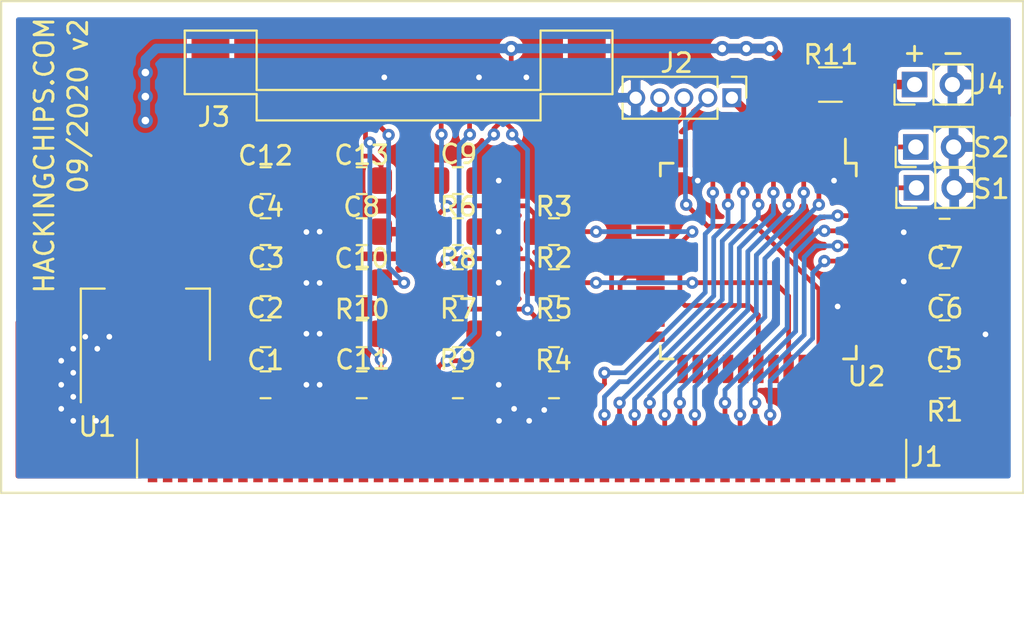
<source format=kicad_pcb>
(kicad_pcb (version 20171130) (host pcbnew "(5.1.6)-1")
  (title_block (title "Peugeot Type C Display Hack") (date 2020-09-18) (rev 2) (company Hackingchips.com) (comment 1 "(C) Jesús Rodríguez Cacabelos"))
  (layers (0 F.Cu signal hide) (31 B.Cu signal hide) (34 B.Paste user) (35 F.Paste user) (36 B.SilkS user) (37 F.SilkS user) (38 B.Mask user) (39 F.Mask user) (44 Edge.Cuts user))
  (net 0 "")
  (net 1 +5V)
  (net 2 +3V3)
  (net 3 "Net-(C5-Pad1)")
  (net 4 "Net-(C11-Pad1)")
  (net 5 "Net-(C12-Pad1)")
  (net 6 "Net-(C12-Pad2)")
  (net 7 "Net-(C13-Pad1)")
  (net 8 "Net-(C13-Pad2)")
  (net 9 "Net-(J1-Pad50)")
  (net 10 "Net-(J1-Pad49)")
  (net 11 "Net-(J1-Pad48)")
  (net 12 "Net-(J1-Pad47)")
  (net 13 "Net-(J1-Pad46)")
  (net 14 "Net-(J1-Pad45)")
  (net 15 "Net-(J1-Pad44)")
  (net 16 "Net-(J1-Pad43)")
  (net 17 "Net-(J1-Pad42)")
  (net 18 "Net-(J1-Pad41)")
  (net 19 "Net-(J1-Pad40)")
  (net 20 "Net-(J1-Pad39)")
  (net 21 "Net-(J1-Pad38)")
  (net 22 "Net-(J1-Pad37)")
  (net 23 "Net-(J1-Pad36)")
  (net 24 "Net-(J1-Pad35)")
  (net 25 "Net-(J1-Pad34)")
  (net 26 "Net-(J1-Pad33)")
  (net 27 "Net-(J1-Pad32)")
  (net 28 "Net-(J1-Pad31)")
  (net 29 "Net-(J1-Pad22)")
  (net 30 /D7)
  (net 31 /D6)
  (net 32 /D5)
  (net 33 /D4)
  (net 34 /D3)
  (net 35 /D2)
  (net 36 /D1)
  (net 37 /D0)
  (net 38 "Net-(J1-Pad13)")
  (net 39 /E)
  (net 40 /A0)
  (net 41 /-RESET)
  (net 42 /CS)
  (net 43 "Net-(J1-Pad8)")
  (net 44 "Net-(J1-Pad7)")
  (net 45 "Net-(J1-Pad6)")
  (net 46 "Net-(J1-Pad5)")
  (net 47 "Net-(J1-Pad4)")
  (net 48 "Net-(J1-Pad3)")
  (net 49 /LCD_RESET)
  (net 50 /LCD_CD)
  (net 51 /LCD_SCK)
  (net 52 /LCD_SDA)
  (net 53 /VBIAS)
  (net 54 "Net-(J2-Pad4)")
  (net 55 "Net-(J2-Pad3)")
  (net 56 "Net-(R2-Pad2)")
  (net 57 "Net-(R3-Pad2)")
  (net 58 "Net-(R4-Pad2)")
  (net 59 "Net-(R5-Pad2)")
  (net 60 "Net-(U2-Pad11)")
  (net 61 "Net-(U2-Pad12)")
  (net 62 "Net-(U2-Pad15)")
  (net 63 "Net-(U2-Pad16)")
  (net 64 "Net-(U2-Pad20)")
  (net 65 "Net-(U2-Pad21)")
  (net 66 "Net-(U2-Pad22)")
  (net 67 "Net-(U2-Pad23)")
  (net 68 "Net-(U2-Pad24)")
  (net 69 "Net-(U2-Pad25)")
  (net 70 "Net-(U2-Pad26)")
  (net 71 "Net-(U2-Pad27)")
  (net 72 "Net-(U2-Pad29)")
  (net 73 "Net-(U2-Pad31)")
  (net 74 "Net-(U2-Pad37)")
  (net 75 "Net-(U2-Pad38)")
  (net 76 "Net-(U2-Pad19)")
  (net 77 GND)
  (net 78 /-XRES)
  (net 79 "Net-(J3-Pad22)")
  (net 80 "Net-(J3-Pad21)")
  (net 81 "Net-(J3-Pad19)")
  (net 82 "Net-(J3-Pad18)")
  (net 83 "Net-(J3-Pad7)")
  (net 84 "Net-(J3-Pad6)")
  (net 85 "Net-(J3-Pad5)")
  (net 86 "Net-(J3-Pad4)")
  (net 87 "Net-(J3-Pad3)")
  (net 88 "Net-(J3-Pad2)")
  (net 89 "Net-(J3-Pad1)")
  (net 90 "Net-(J1-Pad23)")
  (net 91 "Net-(J4-Pad1)")
  (net 92 /F1)
  (net 93 /F2)
  (module PeugeoutTypeCDisplayHack:ER-CON30HB-1 (layer F.Cu) (at 121 102.902 180)
    (fp_text reference J3 (at 9.7605 -2.2225) (layer F.SilkS))
    (fp_text value ER-CON30HB-1)
    (pad 0 smd rect (at 9.94 0.725 180) (size 2 3) (layers F.Cu F.Paste F.Mask))
    (pad 0 smd rect (at -9.94 0.725 180) (size 2 3) (layers F.Cu F.Paste F.Mask))
    (pad 1 smd rect (at 7.25 -1.6 180) (size 0.3 1.25) (layers F.Cu F.Paste F.Mask) (net 89 "Net-(J3-Pad1)"))
    (pad 2 smd rect (at 6.75 -1.6 180) (size 0.3 1.25) (layers F.Cu F.Paste F.Mask) (net 88 "Net-(J3-Pad2)"))
    (pad 3 smd rect (at 6.25 -1.6 180) (size 0.3 1.25) (layers F.Cu F.Paste F.Mask) (net 87 "Net-(J3-Pad3)"))
    (pad 4 smd rect (at 5.75 -1.6 180) (size 0.3 1.25) (layers F.Cu F.Paste F.Mask) (net 86 "Net-(J3-Pad4)"))
    (pad 5 smd rect (at 5.25 -1.6 180) (size 0.3 1.25) (layers F.Cu F.Paste F.Mask) (net 85 "Net-(J3-Pad5)"))
    (pad 6 smd rect (at 4.75 -1.6 180) (size 0.3 1.25) (layers F.Cu F.Paste F.Mask) (net 84 "Net-(J3-Pad6)"))
    (pad 7 smd rect (at 4.25 -1.6 180) (size 0.3 1.25) (layers F.Cu F.Paste F.Mask) (net 83 "Net-(J3-Pad7)"))
    (pad 8 smd rect (at 3.75 -1.6 180) (size 0.3 1.25) (layers F.Cu F.Paste F.Mask) (net 6 "Net-(C12-Pad2)"))
    (pad 9 smd rect (at 3.25 -1.6 180) (size 0.3 1.25) (layers F.Cu F.Paste F.Mask) (net 5 "Net-(C12-Pad1)"))
    (pad 10 smd rect (at 2.75 -1.6 180) (size 0.3 1.25) (layers F.Cu F.Paste F.Mask) (net 8 "Net-(C13-Pad2)"))
    (pad 11 smd rect (at 2.25 -1.6 180) (size 0.3 1.25) (layers F.Cu F.Paste F.Mask) (net 7 "Net-(C13-Pad1)"))
    (pad 12 smd rect (at 1.75 -1.6 180) (size 0.3 1.25) (layers F.Cu F.Paste F.Mask) (net 4 "Net-(C11-Pad1)"))
    (pad 13 smd rect (at 1.25 -1.6 180) (size 0.3 1.25) (layers F.Cu F.Paste F.Mask) (net 53 /VBIAS))
    (pad 14 smd rect (at 0.75 -1.6 180) (size 0.3 1.25) (layers F.Cu F.Paste F.Mask) (net 77 GND))
    (pad 15 smd rect (at 0.25 -1.6 180) (size 0.3 1.25) (layers F.Cu F.Paste F.Mask) (net 2 +3V3))
    (pad 16 smd rect (at -0.25 -1.6 180) (size 0.3 1.25) (layers F.Cu F.Paste F.Mask) (net 2 +3V3))
    (pad 17 smd rect (at -0.75 -1.6 180) (size 0.3 1.25) (layers F.Cu F.Paste F.Mask) (net 2 +3V3))
    (pad 18 smd rect (at -1.25 -1.6 180) (size 0.3 1.25) (layers F.Cu F.Paste F.Mask) (net 82 "Net-(J3-Pad18)"))
    (pad 19 smd rect (at -1.75 -1.6 180) (size 0.3 1.25) (layers F.Cu F.Paste F.Mask) (net 81 "Net-(J3-Pad19)"))
    (pad 20 smd rect (at -2.25 -1.6 180) (size 0.3 1.25) (layers F.Cu F.Paste F.Mask) (net 52 /LCD_SDA))
    (pad 21 smd rect (at -2.75 -1.6 180) (size 0.3 1.25) (layers F.Cu F.Paste F.Mask) (net 80 "Net-(J3-Pad21)"))
    (pad 22 smd rect (at -3.25 -1.6 180) (size 0.3 1.25) (layers F.Cu F.Paste F.Mask) (net 79 "Net-(J3-Pad22)"))
    (pad 23 smd rect (at -3.75 -1.6 180) (size 0.3 1.25) (layers F.Cu F.Paste F.Mask) (net 51 /LCD_SCK))
    (pad 24 smd rect (at -4.25 -1.6 180) (size 0.3 1.25) (layers F.Cu F.Paste F.Mask) (net 77 GND))
    (pad 25 smd rect (at -4.75 -1.6 180) (size 0.3 1.25) (layers F.Cu F.Paste F.Mask) (net 77 GND))
    (pad 26 smd rect (at -5.25 -1.6 180) (size 0.3 1.25) (layers F.Cu F.Paste F.Mask) (net 50 /LCD_CD))
    (pad 27 smd rect (at -5.75 -1.6 180) (size 0.3 1.25) (layers F.Cu F.Paste F.Mask) (net 49 /LCD_RESET))
    (pad 28 smd rect (at -6.25 -1.6 180) (size 0.3 1.25) (layers F.Cu F.Paste F.Mask) (net 2 +3V3))
    (pad 29 smd rect (at -6.75 -1.6 180) (size 0.3 1.25) (layers F.Cu F.Paste F.Mask) (net 77 GND))
    (pad 30 smd rect (at -7.25 -1.6 180) (size 0.3 1.25) (layers F.Cu F.Paste F.Mask) (net 77 GND))
  )
  (module PeugeoutTypeCDisplayHack:PinHeader_1x02_P2.00mm_Vertical (layer F.Cu) (at 148.3235 106.712 90)
    (fp_text reference S2 (at -0.0254 4.0005 180) (layer F.SilkS))
    (fp_text value F.Use hide)
    (pad 1 thru_hole rect (at 0 0 90) (size 1.35 1.35) (drill 0.8) (layers *.Cu *.Mask) (net 93 /F2))
    (pad 2 thru_hole oval (at 0 2 90) (size 1.35 1.35) (drill 0.8) (layers *.Cu *.Mask) (net 77 GND))
  )
  (module PeugeoutTypeCDisplayHack:PinHeader_1x02_P2.00mm_Vertical (layer F.Cu) (at 148.3555 108.871 90)
    (fp_text reference S1 (at -0.0635 3.9685 180) (layer F.SilkS))
    (fp_text value F.Use hide)
    (pad 1 thru_hole rect (at 0 0 90) (size 1.35 1.35) (drill 0.8) (layers *.Cu *.Mask) (net 92 /F1))
    (pad 2 thru_hole oval (at 0 2 90) (size 1.35 1.35) (drill 0.8) (layers *.Cu *.Mask) (net 77 GND))
  )
  (module PeugeoutTypeCDisplayHack:R_1206_3216Metric_Pad1.42x1.75mm_HandSolder (layer F.Cu) (at 143.815 103.41 180)
    (fp_text reference R11 (at -0.0254 1.5748) (layer F.SilkS))
    (fp_text value ??? hide)
    (pad 2 smd roundrect (at 1.4875 0 180) (size 1.425 1.75) (layers F.Cu F.Paste F.Mask) (roundrect_rratio 0.175439) (net 2 +3V3))
    (pad 1 smd roundrect (at -1.4875 0 180) (size 1.425 1.75) (layers F.Cu F.Paste F.Mask) (roundrect_rratio 0.175439) (net 91 "Net-(J4-Pad1)"))
  )
  (module PeugeoutTypeCDisplayHack:PinHeader_1x02_P2.00mm_Vertical (layer F.Cu) (at 148.26 103.41 90)
    (fp_text reference J4 (at 0 3.9116 180) (layer F.SilkS))
    (fp_text value Backlight hide)
    (pad 1 thru_hole rect (at 0 0 90) (size 1.35 1.35) (drill 0.8) (layers *.Cu *.Mask) (net 91 "Net-(J4-Pad1)"))
    (pad 2 thru_hole oval (at 0 2 90) (size 1.35 1.35) (drill 0.8) (layers *.Cu *.Mask) (net 77 GND))
  )
  (module PeugeoutTypeCDisplayHack:R_0805_2012Metric_Pad1.15x1.40mm_HandSolder (layer F.Cu) (at 149.8475 119.285 180)
    (fp_text reference R1 (at -0.0127 -1.4224) (layer F.SilkS))
    (fp_text value 4K7 hide)
    (pad 2 smd roundrect (at 1.025 0 180) (size 1.15 1.4) (layers F.Cu F.Paste F.Mask) (roundrect_rratio 0.217391) (net 78 /-XRES))
    (pad 1 smd roundrect (at -1.025 0 180) (size 1.15 1.4) (layers F.Cu F.Paste F.Mask) (roundrect_rratio 0.217391) (net 1 +5V))
  )
  (module PeugeoutTypeCDisplayHack:PinHeader_1x05_P1.27mm_Vertical (layer F.Cu) (at 138.608 104.1085 270)
    (fp_text reference J2 (at -1.8415 2.921 180) (layer F.SilkS))
    (fp_text value Conn_01x05 hide)
    (pad 1 thru_hole rect (at 0 0 270) (size 1 1) (drill 0.65) (layers *.Cu *.Mask) (net 1 +5V))
    (pad 2 thru_hole oval (at 0 1.27 270) (size 1 1) (drill 0.65) (layers *.Cu *.Mask) (net 78 /-XRES))
    (pad 3 thru_hole oval (at 0 2.54 270) (size 1 1) (drill 0.65) (layers *.Cu *.Mask) (net 55 "Net-(J2-Pad3)"))
    (pad 4 thru_hole oval (at 0 3.81 270) (size 1 1) (drill 0.65) (layers *.Cu *.Mask) (net 54 "Net-(J2-Pad4)"))
    (pad 5 thru_hole oval (at 0 5.08 270) (size 1 1) (drill 0.65) (layers *.Cu *.Mask) (net 77 GND))
  )
  (module PeugeoutTypeCDisplayHack:R_0805_2012Metric_Pad1.15x1.40mm_HandSolder (layer F.Cu) (at 119.05 116.58625 180)
    (fp_text reference R10 (at -0.0254 1.28905 180) (layer F.SilkS))
    (fp_text value 10M hide)
    (pad 2 smd roundrect (at 1.025 0 180) (size 1.15 1.4) (layers F.Cu F.Paste F.Mask) (roundrect_rratio 0.217) (net 77 GND))
    (pad 1 smd roundrect (at -1.025 0 180) (size 1.15 1.4) (layers F.Cu F.Paste F.Mask) (roundrect_rratio 0.217391) (net 4 "Net-(C11-Pad1)"))
  )
  (module PeugeoutTypeCDisplayHack:R_0805_2012Metric_Pad1.15x1.40mm_HandSolder (layer F.Cu) (at 124.13 119.285)
    (fp_text reference R9 (at 0 -1.3208) (layer F.SilkS))
    (fp_text value 2K hide)
    (pad 2 smd roundrect (at 1.025 0) (size 1.15 1.4) (layers F.Cu F.Paste F.Mask) (roundrect_rratio 0.217391) (net 77 GND))
    (pad 1 smd roundrect (at -1.025 0) (size 1.15 1.4) (layers F.Cu F.Paste F.Mask) (roundrect_rratio 0.217391) (net 50 /LCD_CD))
  )
  (module PeugeoutTypeCDisplayHack:R_0805_2012Metric_Pad1.15x1.40mm_HandSolder (layer F.Cu) (at 124.13 113.8875)
    (fp_text reference R8 (at 0.0254 -1.2827 180) (layer F.SilkS))
    (fp_text value 2K hide)
    (pad 2 smd roundrect (at 1.025 0) (size 1.15 1.4) (layers F.Cu F.Paste F.Mask) (roundrect_rratio 0.217391) (net 77 GND))
    (pad 1 smd roundrect (at -1.025 0) (size 1.15 1.4) (layers F.Cu F.Paste F.Mask) (roundrect_rratio 0.217391) (net 51 /LCD_SCK))
  )
  (module PeugeoutTypeCDisplayHack:R_0805_2012Metric_Pad1.15x1.40mm_HandSolder (layer F.Cu) (at 124.13 116.58625)
    (fp_text reference R7 (at 0.0254 -1.31445 180) (layer F.SilkS))
    (fp_text value 2K hide)
    (pad 2 smd roundrect (at 1.025 0) (size 1.15 1.4) (layers F.Cu F.Paste F.Mask) (roundrect_rratio 0.217) (net 77 GND))
    (pad 1 smd roundrect (at -1.025 0) (size 1.15 1.4) (layers F.Cu F.Paste F.Mask) (roundrect_rratio 0.217391) (net 49 /LCD_RESET))
  )
  (module PeugeoutTypeCDisplayHack:R_0805_2012Metric_Pad1.15x1.40mm_HandSolder (layer F.Cu) (at 124.13 111.18875)
    (fp_text reference R6 (at 0.0254 -1.32715 180) (layer F.SilkS))
    (fp_text value 2K hide)
    (pad 2 smd roundrect (at 1.025 0) (size 1.15 1.4) (layers F.Cu F.Paste F.Mask) (roundrect_rratio 0.217391) (net 77 GND))
    (pad 1 smd roundrect (at -1.025 0) (size 1.15 1.4) (layers F.Cu F.Paste F.Mask) (roundrect_rratio 0.217391) (net 52 /LCD_SDA))
  )
  (module PeugeoutTypeCDisplayHack:R_0805_2012Metric_Pad1.15x1.40mm_HandSolder (layer F.Cu) (at 129.21 116.58625)
    (fp_text reference R5 (at 0 -1.31445) (layer F.SilkS))
    (fp_text value 1K hide)
    (pad 2 smd roundrect (at 1.025 0) (size 1.15 1.4) (layers F.Cu F.Paste F.Mask) (roundrect_rratio 0.217391) (net 59 "Net-(R5-Pad2)"))
    (pad 1 smd roundrect (at -1.025 0) (size 1.15 1.4) (layers F.Cu F.Paste F.Mask) (roundrect_rratio 0.217391) (net 49 /LCD_RESET))
  )
  (module PeugeoutTypeCDisplayHack:R_0805_2012Metric_Pad1.15x1.40mm_HandSolder (layer F.Cu) (at 129.21 119.285)
    (fp_text reference R4 (at -0.0254 -1.2954) (layer F.SilkS))
    (fp_text value 1K hide)
    (pad 2 smd roundrect (at 1.025 0) (size 1.15 1.4) (layers F.Cu F.Paste F.Mask) (roundrect_rratio 0.217391) (net 58 "Net-(R4-Pad2)"))
    (pad 1 smd roundrect (at -1.025 0) (size 1.15 1.4) (layers F.Cu F.Paste F.Mask) (roundrect_rratio 0.217391) (net 50 /LCD_CD))
  )
  (module PeugeoutTypeCDisplayHack:R_0805_2012Metric_Pad1.15x1.40mm_HandSolder (layer F.Cu) (at 129.21 111.18875)
    (fp_text reference R3 (at 0 -1.32715) (layer F.SilkS))
    (fp_text value 1K hide)
    (pad 2 smd roundrect (at 1.025 0) (size 1.15 1.4) (layers F.Cu F.Paste F.Mask) (roundrect_rratio 0.217391) (net 57 "Net-(R3-Pad2)"))
    (pad 1 smd roundrect (at -1.025 0) (size 1.15 1.4) (layers F.Cu F.Paste F.Mask) (roundrect_rratio 0.217391) (net 52 /LCD_SDA))
  )
  (module PeugeoutTypeCDisplayHack:R_0805_2012Metric_Pad1.15x1.40mm_HandSolder (layer F.Cu) (at 129.21 113.8875)
    (fp_text reference R2 (at 0 -1.3081) (layer F.SilkS))
    (fp_text value 1K hide)
    (pad 2 smd roundrect (at 1.025 0) (size 1.15 1.4) (layers F.Cu F.Paste F.Mask) (roundrect_rratio 0.217) (net 56 "Net-(R2-Pad2)"))
    (pad 1 smd roundrect (at -1.025 0) (size 1.15 1.4) (layers F.Cu F.Paste F.Mask) (roundrect_rratio 0.217391) (net 51 /LCD_SCK))
  )
  (module PeugeoutTypeCDisplayHack:C_0805_2012Metric_Pad1.15x1.40mm_HandSolder (layer F.Cu) (at 119.05 108.49 180)
    (fp_text reference C13 (at 0 1.3462) (layer F.SilkS))
    (fp_text value 4u7 hide)
    (pad 2 smd roundrect (at 1.025 0 180) (size 1.15 1.4) (layers F.Cu F.Paste F.Mask) (roundrect_rratio 0.217391) (net 8 "Net-(C13-Pad2)"))
    (pad 1 smd roundrect (at -1.025 0 180) (size 1.15 1.4) (layers F.Cu F.Paste F.Mask) (roundrect_rratio 0.217391) (net 7 "Net-(C13-Pad1)"))
  )
  (module PeugeoutTypeCDisplayHack:C_0805_2012Metric_Pad1.15x1.40mm_HandSolder (layer F.Cu) (at 113.97 108.49 180)
    (fp_text reference C12 (at 0 1.3208) (layer F.SilkS))
    (fp_text value 4u7 hide)
    (pad 2 smd roundrect (at 1.025 0 180) (size 1.15 1.4) (layers F.Cu F.Paste F.Mask) (roundrect_rratio 0.217391) (net 6 "Net-(C12-Pad2)"))
    (pad 1 smd roundrect (at -1.025 0 180) (size 1.15 1.4) (layers F.Cu F.Paste F.Mask) (roundrect_rratio 0.217391) (net 5 "Net-(C12-Pad1)"))
  )
  (module PeugeoutTypeCDisplayHack:C_0805_2012Metric_Pad1.15x1.40mm_HandSolder (layer F.Cu) (at 119.05 119.285 180)
    (fp_text reference C11 (at -0.0508 1.3208 180) (layer F.SilkS))
    (fp_text value 100nF hide)
    (pad 2 smd roundrect (at 1.025 0 180) (size 1.15 1.4) (layers F.Cu F.Paste F.Mask) (roundrect_rratio 0.217) (net 77 GND))
    (pad 1 smd roundrect (at -1.025 0 180) (size 1.15 1.4) (layers F.Cu F.Paste F.Mask) (roundrect_rratio 0.217391) (net 4 "Net-(C11-Pad1)"))
  )
  (module PeugeoutTypeCDisplayHack:C_0805_2012Metric_Pad1.15x1.40mm_HandSolder (layer F.Cu) (at 119.05 113.8875 180)
    (fp_text reference C10 (at 0 1.2827 180) (layer F.SilkS))
    (fp_text value 100nF hide)
    (pad 2 smd roundrect (at 1.025 0 180) (size 1.15 1.4) (layers F.Cu F.Paste F.Mask) (roundrect_rratio 0.217) (net 77 GND))
    (pad 1 smd roundrect (at -1.025 0 180) (size 1.15 1.4) (layers F.Cu F.Paste F.Mask) (roundrect_rratio 0.217391) (net 53 /VBIAS))
  )
  (module PeugeoutTypeCDisplayHack:C_0805_2012Metric_Pad1.15x1.40mm_HandSolder (layer F.Cu) (at 124.13 108.49)
    (fp_text reference C9 (at 0.0508 -1.397) (layer F.SilkS))
    (fp_text value 100nF hide)
    (pad 2 smd roundrect (at 1.025 0) (size 1.15 1.4) (layers F.Cu F.Paste F.Mask) (roundrect_rratio 0.217391) (net 77 GND))
    (pad 1 smd roundrect (at -1.025 0) (size 1.15 1.4) (layers F.Cu F.Paste F.Mask) (roundrect_rratio 0.217391) (net 2 +3V3))
  )
  (module PeugeoutTypeCDisplayHack:C_0805_2012Metric_Pad1.15x1.40mm_HandSolder (layer F.Cu) (at 119.05 111.18875 180)
    (fp_text reference C8 (at 0 1.30175 180) (layer F.SilkS))
    (fp_text value 10uF hide)
    (pad 2 smd roundrect (at 1.025 0 180) (size 1.15 1.4) (layers F.Cu F.Paste F.Mask) (roundrect_rratio 0.217) (net 77 GND))
    (pad 1 smd roundrect (at -1.025 0 180) (size 1.15 1.4) (layers F.Cu F.Paste F.Mask) (roundrect_rratio 0.217391) (net 2 +3V3))
  )
  (module PeugeoutTypeCDisplayHack:C_0805_2012Metric_Pad1.15x1.40mm_HandSolder (layer F.Cu) (at 149.8475 111.2205 180)
    (fp_text reference C7 (at -0.0127 -1.3335 180) (layer F.SilkS))
    (fp_text value 100nF hide)
    (pad 2 smd roundrect (at 1.025 0 180) (size 1.15 1.4) (layers F.Cu F.Paste F.Mask) (roundrect_rratio 0.217391) (net 77 GND))
    (pad 1 smd roundrect (at -1.025 0 180) (size 1.15 1.4) (layers F.Cu F.Paste F.Mask) (roundrect_rratio 0.217391) (net 1 +5V))
  )
  (module PeugeoutTypeCDisplayHack:C_0805_2012Metric_Pad1.15x1.40mm_HandSolder (layer F.Cu) (at 149.8475 113.824 180)
    (fp_text reference C6 (at -0.0127 -1.4224 180) (layer F.SilkS))
    (fp_text value 10nF hide)
    (pad 2 smd roundrect (at 1.025 0 180) (size 1.15 1.4) (layers F.Cu F.Paste F.Mask) (roundrect_rratio 0.217391) (net 77 GND))
    (pad 1 smd roundrect (at -1.025 0 180) (size 1.15 1.4) (layers F.Cu F.Paste F.Mask) (roundrect_rratio 0.217391) (net 1 +5V))
  )
  (module PeugeoutTypeCDisplayHack:C_0805_2012Metric_Pad1.15x1.40mm_HandSolder (layer F.Cu) (at 149.8475 116.58625)
    (fp_text reference C5 (at -0.0127 1.37795 180) (layer F.SilkS))
    (fp_text value 1uF/25 hide)
    (pad 2 smd roundrect (at 1.025 0) (size 1.15 1.4) (layers F.Cu F.Paste F.Mask) (roundrect_rratio 0.217391) (net 77 GND))
    (pad 1 smd roundrect (at -1.025 0) (size 1.15 1.4) (layers F.Cu F.Paste F.Mask) (roundrect_rratio 0.217391) (net 3 "Net-(C5-Pad1)"))
  )
  (module PeugeoutTypeCDisplayHack:C_0805_2012Metric_Pad1.15x1.40mm_HandSolder (layer F.Cu) (at 113.97 111.18875)
    (fp_text reference C4 (at 0 -1.30175 180) (layer F.SilkS))
    (fp_text value 100nF hide)
    (pad 2 smd roundrect (at 1.025 0) (size 1.15 1.4) (layers F.Cu F.Paste F.Mask) (roundrect_rratio 0.217391) (net 77 GND))
    (pad 1 smd roundrect (at -1.025 0) (size 1.15 1.4) (layers F.Cu F.Paste F.Mask) (roundrect_rratio 0.217391) (net 2 +3V3))
  )
  (module PeugeoutTypeCDisplayHack:C_0805_2012Metric_Pad1.15x1.40mm_HandSolder (layer F.Cu) (at 113.97 113.8875)
    (fp_text reference C3 (at 0.0254 -1.3081 180) (layer F.SilkS))
    (fp_text value 10uF hide)
    (pad 2 smd roundrect (at 1.025 0) (size 1.15 1.4) (layers F.Cu F.Paste F.Mask) (roundrect_rratio 0.217391) (net 77 GND))
    (pad 1 smd roundrect (at -1.025 0) (size 1.15 1.4) (layers F.Cu F.Paste F.Mask) (roundrect_rratio 0.217391) (net 2 +3V3))
  )
  (module PeugeoutTypeCDisplayHack:C_0805_2012Metric_Pad1.15x1.40mm_HandSolder (layer F.Cu) (at 113.97 116.58625)
    (fp_text reference C2 (at 0 -1.33985 180) (layer F.SilkS))
    (fp_text value 100nf hide)
    (pad 2 smd roundrect (at 1.025 0) (size 1.15 1.4) (layers F.Cu F.Paste F.Mask) (roundrect_rratio 0.217391) (net 77 GND))
    (pad 1 smd roundrect (at -1.025 0) (size 1.15 1.4) (layers F.Cu F.Paste F.Mask) (roundrect_rratio 0.217391) (net 1 +5V))
  )
  (module PeugeoutTypeCDisplayHack:C_0805_2012Metric_Pad1.15x1.40mm_HandSolder (layer F.Cu) (at 113.97 119.285)
    (fp_text reference C1 (at 0 -1.2954) (layer F.SilkS))
    (fp_text value 10uF hide)
    (pad 2 smd roundrect (at 1.025 0) (size 1.15 1.4) (layers F.Cu F.Paste F.Mask) (roundrect_rratio 0.217391) (net 77 GND))
    (pad 1 smd roundrect (at -1.025 0) (size 1.15 1.4) (layers F.Cu F.Paste F.Mask) (roundrect_rratio 0.217391) (net 1 +5V))
  )
  (module PeugeoutTypeCDisplayHack:SOT-223-3_TabPin2 (layer F.Cu) (at 107.62 116.11 90)
    (fp_text reference U1 (at -5.3975 -2.54 180) (layer F.SilkS))
    (fp_text value LM1117-3.3 hide)
    (pad 1 smd rect (at -3.15 -2.3 90) (size 2 1.5) (layers F.Cu F.Paste F.Mask) (net 77 GND))
    (pad 3 smd rect (at -3.15 2.3 90) (size 2 1.5) (layers F.Cu F.Paste F.Mask) (net 1 +5V))
    (pad 2 smd rect (at -3.15 0 90) (size 2 1.5) (layers F.Cu F.Paste F.Mask) (net 2 +3V3))
    (pad 2 smd rect (at 3.15 0 90) (size 2 3.8) (layers F.Cu F.Paste F.Mask) (net 2 +3V3))
  )
  (module PeugeoutTypeCDisplayHack:PeugeotPCBConnector (layer F.Cu) (at 127.5 123.19 180)
    (fp_text reference J1 (at -21.395 0.095) (layer F.SilkS))
    (fp_text value PeugeotPCBConnector hide)
    (pad 50 smd rect (at 19.5 0 180) (size 0.5 2.5) (layers F.Cu F.Paste F.Mask) (net 9 "Net-(J1-Pad50)"))
    (pad 49 smd rect (at 18.704064 0 180) (size 0.5 2.5) (layers F.Cu F.Paste F.Mask) (net 10 "Net-(J1-Pad49)"))
    (pad 48 smd rect (at 17.908146 0 180) (size 0.5 2.5) (layers F.Cu F.Paste F.Mask) (net 11 "Net-(J1-Pad48)"))
    (pad 47 smd rect (at 17.112228 0 180) (size 0.5 2.5) (layers F.Cu F.Paste F.Mask) (net 12 "Net-(J1-Pad47)"))
    (pad 46 smd rect (at 16.31631 0 180) (size 0.5 2.5) (layers F.Cu F.Paste F.Mask) (net 13 "Net-(J1-Pad46)"))
    (pad 45 smd rect (at 15.520392 0 180) (size 0.5 2.5) (layers F.Cu F.Paste F.Mask) (net 14 "Net-(J1-Pad45)"))
    (pad 44 smd rect (at 14.724474 0 180) (size 0.5 2.5) (layers F.Cu F.Paste F.Mask) (net 15 "Net-(J1-Pad44)"))
    (pad 43 smd rect (at 13.928556 0 180) (size 0.5 2.5) (layers F.Cu F.Paste F.Mask) (net 16 "Net-(J1-Pad43)"))
    (pad 42 smd rect (at 13.132638 0 180) (size 0.5 2.5) (layers F.Cu F.Paste F.Mask) (net 17 "Net-(J1-Pad42)"))
    (pad 41 smd rect (at 12.33672 0 180) (size 0.5 2.5) (layers F.Cu F.Paste F.Mask) (net 18 "Net-(J1-Pad41)"))
    (pad 40 smd rect (at 11.540802 0 180) (size 0.5 2.5) (layers F.Cu F.Paste F.Mask) (net 19 "Net-(J1-Pad40)"))
    (pad 39 smd rect (at 10.744884 0 180) (size 0.5 2.5) (layers F.Cu F.Paste F.Mask) (net 20 "Net-(J1-Pad39)"))
    (pad 38 smd rect (at 9.948966 0 180) (size 0.5 2.5) (layers F.Cu F.Paste F.Mask) (net 21 "Net-(J1-Pad38)"))
    (pad 37 smd rect (at 9.153048 0 180) (size 0.5 2.5) (layers F.Cu F.Paste F.Mask) (net 22 "Net-(J1-Pad37)"))
    (pad 36 smd rect (at 8.35713 0 180) (size 0.5 2.5) (layers F.Cu F.Paste F.Mask) (net 23 "Net-(J1-Pad36)"))
    (pad 35 smd rect (at 7.561212 0 180) (size 0.5 2.5) (layers F.Cu F.Paste F.Mask) (net 24 "Net-(J1-Pad35)"))
    (pad 34 smd rect (at 6.765294 0 180) (size 0.5 2.5) (layers F.Cu F.Paste F.Mask) (net 25 "Net-(J1-Pad34)"))
    (pad 33 smd rect (at 5.969376 0 180) (size 0.5 2.5) (layers F.Cu F.Paste F.Mask) (net 26 "Net-(J1-Pad33)"))
    (pad 32 smd rect (at 5.173458 0 180) (size 0.5 2.5) (layers F.Cu F.Paste F.Mask) (net 27 "Net-(J1-Pad32)"))
    (pad 31 smd rect (at 4.37754 0 180) (size 0.5 2.5) (layers F.Cu F.Paste F.Mask) (net 28 "Net-(J1-Pad31)"))
    (pad 30 smd rect (at 3.581622 0 180) (size 0.5 2.5) (layers F.Cu F.Paste F.Mask) (net 1 +5V))
    (pad 29 smd rect (at 2.785704 0 180) (size 0.5 2.5) (layers F.Cu F.Paste F.Mask) (net 1 +5V))
    (pad 28 smd rect (at 1.989786 0 180) (size 0.5 2.5) (layers F.Cu F.Paste F.Mask) (net 1 +5V))
    (pad 27 smd rect (at 1.193868 0 180) (size 0.5 2.5) (layers F.Cu F.Paste F.Mask) (net 77 GND))
    (pad 26 smd rect (at 0.39795 0 180) (size 0.5 2.5) (layers F.Cu F.Paste F.Mask) (net 77 GND))
    (pad 25 smd rect (at -0.397968 0 180) (size 0.5 2.5) (layers F.Cu F.Paste F.Mask) (net 77 GND))
    (pad 24 smd rect (at -1.193886 0 180) (size 0.5 2.5) (layers F.Cu F.Paste F.Mask) (net 77 GND))
    (pad 23 smd rect (at -1.989804 0 180) (size 0.5 2.5) (layers F.Cu F.Paste F.Mask) (net 90 "Net-(J1-Pad23)"))
    (pad 22 smd rect (at -2.785722 0 180) (size 0.5 2.5) (layers F.Cu F.Paste F.Mask) (net 29 "Net-(J1-Pad22)"))
    (pad 21 smd rect (at -3.58164 0 180) (size 0.5 2.5) (layers F.Cu F.Paste F.Mask) (net 30 /D7))
    (pad 20 smd rect (at -4.377558 0 180) (size 0.5 2.5) (layers F.Cu F.Paste F.Mask) (net 31 /D6))
    (pad 19 smd rect (at -5.173476 0 180) (size 0.5 2.5) (layers F.Cu F.Paste F.Mask) (net 32 /D5))
    (pad 18 smd rect (at -5.969394 0 180) (size 0.5 2.5) (layers F.Cu F.Paste F.Mask) (net 33 /D4))
    (pad 17 smd rect (at -6.765312 0 180) (size 0.5 2.5) (layers F.Cu F.Paste F.Mask) (net 34 /D3))
    (pad 16 smd rect (at -7.56123 0 180) (size 0.5 2.5) (layers F.Cu F.Paste F.Mask) (net 35 /D2))
    (pad 15 smd rect (at -8.357148 0 180) (size 0.5 2.5) (layers F.Cu F.Paste F.Mask) (net 36 /D1))
    (pad 14 smd rect (at -9.153066 0 180) (size 0.5 2.5) (layers F.Cu F.Paste F.Mask) (net 37 /D0))
    (pad 13 smd rect (at -9.948984 0 180) (size 0.5 2.5) (layers F.Cu F.Paste F.Mask) (net 38 "Net-(J1-Pad13)"))
    (pad 12 smd rect (at -10.744902 0 180) (size 0.5 2.5) (layers F.Cu F.Paste F.Mask) (net 39 /E))
    (pad 11 smd rect (at -11.54082 0 180) (size 0.5 2.5) (layers F.Cu F.Paste F.Mask) (net 40 /A0))
    (pad 10 smd rect (at -12.336738 0 180) (size 0.5 2.5) (layers F.Cu F.Paste F.Mask) (net 41 /-RESET))
    (pad 9 smd rect (at -13.132656 0 180) (size 0.5 2.5) (layers F.Cu F.Paste F.Mask) (net 42 /CS))
    (pad 8 smd rect (at -13.928574 0 180) (size 0.5 2.5) (layers F.Cu F.Paste F.Mask) (net 43 "Net-(J1-Pad8)"))
    (pad 7 smd rect (at -14.724492 0 180) (size 0.5 2.5) (layers F.Cu F.Paste F.Mask) (net 44 "Net-(J1-Pad7)"))
    (pad 6 smd rect (at -15.52041 0 180) (size 0.5 2.5) (layers F.Cu F.Paste F.Mask) (net 45 "Net-(J1-Pad6)"))
    (pad 5 smd rect (at -16.316328 0 180) (size 0.5 2.5) (layers F.Cu F.Paste F.Mask) (net 46 "Net-(J1-Pad5)"))
    (pad 4 smd rect (at -17.112246 0 180) (size 0.5 2.5) (layers F.Cu F.Paste F.Mask) (net 47 "Net-(J1-Pad4)"))
    (pad 3 smd rect (at -17.908164 0 180) (size 0.5 2.5) (layers F.Cu F.Paste F.Mask) (net 48 "Net-(J1-Pad3)"))
    (pad 2 smd rect (at -18.704082 0 180) (size 0.5 2.5) (layers F.Cu F.Paste F.Mask) (net 1 +5V))
    (pad 1 smd rect (at -19.5 0 180) (size 0.5 2.5) (layers F.Cu F.Paste F.Mask) (net 1 +5V))
  )
  (module PeugeoutTypeCDisplayHack:TQFP-44_10x10mm_P0.8mm (layer F.Cu) (at 140.005 112.7445 270)
    (fp_text reference U2 (at 6.096 -5.715 180) (layer F.SilkS))
    (fp_text value CY8C4245AXI-483 hide)
    (pad 1 smd rect (at -5.7 -4 270) (size 1.5 0.55) (layers F.Cu F.Paste F.Mask) (net 77 GND))
    (pad 2 smd rect (at -5.7 -3.2 270) (size 1.5 0.55) (layers F.Cu F.Paste F.Mask) (net 37 /D0))
    (pad 3 smd rect (at -5.7 -2.4 270) (size 1.5 0.55) (layers F.Cu F.Paste F.Mask) (net 36 /D1))
    (pad 4 smd rect (at -5.7 -1.6 270) (size 1.5 0.55) (layers F.Cu F.Paste F.Mask) (net 35 /D2))
    (pad 5 smd rect (at -5.7 -0.8 270) (size 1.5 0.55) (layers F.Cu F.Paste F.Mask) (net 34 /D3))
    (pad 6 smd rect (at -5.7 0 270) (size 1.5 0.55) (layers F.Cu F.Paste F.Mask) (net 33 /D4))
    (pad 7 smd rect (at -5.7 0.8 270) (size 1.5 0.55) (layers F.Cu F.Paste F.Mask) (net 32 /D5))
    (pad 8 smd rect (at -5.7 1.6 270) (size 1.5 0.55) (layers F.Cu F.Paste F.Mask) (net 31 /D6))
    (pad 9 smd rect (at -5.7 2.4 270) (size 1.5 0.55) (layers F.Cu F.Paste F.Mask) (net 30 /D7))
    (pad 10 smd rect (at -5.7 3.2 270) (size 1.5 0.55) (layers F.Cu F.Paste F.Mask) (net 77 GND))
    (pad 11 smd rect (at -5.7 4 270) (size 1.5 0.55) (layers F.Cu F.Paste F.Mask) (net 60 "Net-(U2-Pad11)"))
    (pad 12 smd rect (at -4 5.7) (size 1.5 0.55) (layers F.Cu F.Paste F.Mask) (net 61 "Net-(U2-Pad12)"))
    (pad 13 smd rect (at -3.2 5.7) (size 1.5 0.55) (layers F.Cu F.Paste F.Mask) (net 55 "Net-(J2-Pad3)"))
    (pad 14 smd rect (at -2.4 5.7) (size 1.5 0.55) (layers F.Cu F.Paste F.Mask) (net 54 "Net-(J2-Pad4)"))
    (pad 15 smd rect (at -1.6 5.7) (size 1.5 0.55) (layers F.Cu F.Paste F.Mask) (net 62 "Net-(U2-Pad15)"))
    (pad 16 smd rect (at -0.8 5.7) (size 1.5 0.55) (layers F.Cu F.Paste F.Mask) (net 63 "Net-(U2-Pad16)"))
    (pad 17 smd rect (at 0 5.7) (size 1.5 0.55) (layers F.Cu F.Paste F.Mask) (net 59 "Net-(R5-Pad2)"))
    (pad 18 smd rect (at 0.8 5.7) (size 1.5 0.55) (layers F.Cu F.Paste F.Mask) (net 58 "Net-(R4-Pad2)"))
    (pad 19 smd rect (at 1.6 5.7) (size 1.5 0.55) (layers F.Cu F.Paste F.Mask) (net 76 "Net-(U2-Pad19)"))
    (pad 20 smd rect (at 2.4 5.7) (size 1.5 0.55) (layers F.Cu F.Paste F.Mask) (net 64 "Net-(U2-Pad20)"))
    (pad 21 smd rect (at 3.2 5.7) (size 1.5 0.55) (layers F.Cu F.Paste F.Mask) (net 65 "Net-(U2-Pad21)"))
    (pad 22 smd rect (at 4 5.7) (size 1.5 0.55) (layers F.Cu F.Paste F.Mask) (net 66 "Net-(U2-Pad22)"))
    (pad 23 smd rect (at 5.7 4 270) (size 1.5 0.55) (layers F.Cu F.Paste F.Mask) (net 67 "Net-(U2-Pad23)"))
    (pad 24 smd rect (at 5.7 3.2 270) (size 1.5 0.55) (layers F.Cu F.Paste F.Mask) (net 68 "Net-(U2-Pad24)"))
    (pad 25 smd rect (at 5.7 2.4 270) (size 1.5 0.55) (layers F.Cu F.Paste F.Mask) (net 69 "Net-(U2-Pad25)"))
    (pad 26 smd rect (at 5.7 1.6 270) (size 1.5 0.55) (layers F.Cu F.Paste F.Mask) (net 70 "Net-(U2-Pad26)"))
    (pad 27 smd rect (at 5.7 0.8 270) (size 1.5 0.55) (layers F.Cu F.Paste F.Mask) (net 71 "Net-(U2-Pad27)"))
    (pad 28 smd rect (at 5.7 0 270) (size 1.5 0.55) (layers F.Cu F.Paste F.Mask) (net 57 "Net-(R3-Pad2)"))
    (pad 29 smd rect (at 5.7 -0.8 270) (size 1.5 0.55) (layers F.Cu F.Paste F.Mask) (net 72 "Net-(U2-Pad29)"))
    (pad 30 smd rect (at 5.7 -1.6 270) (size 1.5 0.55) (layers F.Cu F.Paste F.Mask) (net 56 "Net-(R2-Pad2)"))
    (pad 31 smd rect (at 5.7 -2.4 270) (size 1.5 0.55) (layers F.Cu F.Paste F.Mask) (net 73 "Net-(U2-Pad31)"))
    (pad 32 smd rect (at 5.7 -3.2 270) (size 1.5 0.55) (layers F.Cu F.Paste F.Mask) (net 78 /-XRES))
    (pad 33 smd rect (at 5.7 -4 270) (size 1.5 0.55) (layers F.Cu F.Paste F.Mask) (net 3 "Net-(C5-Pad1)"))
    (pad 34 smd rect (at 4 -5.7) (size 1.5 0.55) (layers F.Cu F.Paste F.Mask) (net 1 +5V))
    (pad 35 smd rect (at 3.2 -5.7) (size 1.5 0.55) (layers F.Cu F.Paste F.Mask) (net 1 +5V))
    (pad 36 smd rect (at 2.4 -5.7) (size 1.5 0.55) (layers F.Cu F.Paste F.Mask) (net 77 GND))
    (pad 37 smd rect (at 1.6 -5.7) (size 1.5 0.55) (layers F.Cu F.Paste F.Mask) (net 74 "Net-(U2-Pad37)"))
    (pad 38 smd rect (at 0.8 -5.7) (size 1.5 0.55) (layers F.Cu F.Paste F.Mask) (net 75 "Net-(U2-Pad38)"))
    (pad 39 smd rect (at 0 -5.7) (size 1.5 0.55) (layers F.Cu F.Paste F.Mask) (net 42 /CS))
    (pad 40 smd rect (at -0.8 -5.7) (size 1.5 0.55) (layers F.Cu F.Paste F.Mask) (net 41 /-RESET))
    (pad 41 smd rect (at -1.6 -5.7) (size 1.5 0.55) (layers F.Cu F.Paste F.Mask) (net 40 /A0))
    (pad 42 smd rect (at -2.4 -5.7) (size 1.5 0.55) (layers F.Cu F.Paste F.Mask) (net 39 /E))
    (pad 43 smd rect (at -3.2 -5.7) (size 1.5 0.55) (layers F.Cu F.Paste F.Mask) (net 92 /F1))
    (pad 44 smd rect (at -4 -5.7) (size 1.5 0.55) (layers F.Cu F.Paste F.Mask) (net 93 /F2))
  )
  (gr_line (start 100 99) (end 100 125) (layer F.SilkS) (width 0.12))
  (gr_line (start 100 125) (end 154 125) (layer Edge.Cuts) (width 0.05))
  (gr_line (start 100 99) (end 100 125) (layer Edge.Cuts) (width 0.05))
  (gr_line (start 100 99) (end 154 99) (layer Edge.Cuts) (width 0.05))
  (gr_line (start 154 99) (end 154 125) (layer Edge.Cuts) (width 0.05))
  (gr_text "09/2020 v2" (at 104.064 104.553 90) (layer F.SilkS) (effects (font (size 1 1))))
  (gr_text HACKINGCHIPS.COM (at 102.286 107.1565 90) (layer F.SilkS) (effects (font (size 1 1))))
  (gr_text - (at 150.292 101.6955) (layer F.SilkS) (effects (font (size 1 1))))
  (gr_text + (at 148.26 101.6955) (layer F.SilkS) (effects (font (size 1 1))))
  (gr_line (start 100 125) (end 154 125) (layer F.SilkS) (width 0.12))
  (gr_line (start 154 99) (end 154 125) (layer F.SilkS) (width 0.12))
  (gr_line (start 100 99) (end 154 99) (layer F.SilkS) (width 0.12))
  (segment (start 112.92 119.26) (end 112.945 119.285) (width 0.25) (layer F.Cu) (net 1))
  (segment (start 109.92 119.26) (end 112.92 119.26) (width 0.5) (layer F.Cu) (net 1))
  (segment (start 123.918378 123.19) (end 124.714296 123.19) (width 0.5) (layer F.Cu) (net 1))
  (segment (start 124.714296 123.19) (end 125.510214 123.19) (width 0.5) (layer F.Cu) (net 1))
  (segment (start 124.714296 123.19) (end 124.714296 121.266296) (width 0.5) (layer F.Cu) (net 1))
  (segment (start 124.714296 121.266296) (end 124.384 120.936) (width 0.5) (layer F.Cu) (net 1))
  (segment (start 124.384 120.936) (end 113.2715 120.936) (width 0.5) (layer F.Cu) (net 1))
  (segment (start 112.945 120.6095) (end 112.945 119.285) (width 0.5) (layer F.Cu) (net 1))
  (segment (start 113.2715 120.936) (end 112.945 120.6095) (width 0.5) (layer F.Cu) (net 1))
  (segment (start 112.945 119.285) (end 112.945 116.58625) (width 0.5) (layer F.Cu) (net 1))
  (segment (start 145.705 115.9445) (end 145.705 116.7445) (width 0.25) (layer F.Cu) (net 1))
  (segment (start 150.8725 112.6085) (end 150.8725 113.824) (width 0.5) (layer F.Cu) (net 1))
  (segment (start 150.8725 111.2205) (end 150.8725 112.6085) (width 0.5) (layer F.Cu) (net 1))
  (segment (start 150.8725 119.285) (end 153.0225 119.285) (width 0.5) (layer F.Cu) (net 1))
  (segment (start 153.0225 113.062) (end 153.0225 119.285) (width 0.5) (layer F.Cu) (net 1))
  (segment (start 153.0225 105.7595) (end 153.0225 113.062) (width 0.5) (layer F.Cu) (net 1))
  (segment (start 152.3875 105.1245) (end 153.0225 105.7595) (width 0.5) (layer F.Cu) (net 1))
  (segment (start 138.608 104.1085) (end 139.624 105.1245) (width 0.5) (layer F.Cu) (net 1))
  (segment (start 139.624 105.1245) (end 152.3875 105.1245) (width 0.5) (layer F.Cu) (net 1))
  (segment (start 150.8725 112.6085) (end 153.0225 112.6175) (width 0.5) (layer F.Cu) (net 1))
  (segment (start 145.705 115.9445) (end 146.838 115.9445) (width 0.4) (layer F.Cu) (net 1))
  (segment (start 146.838 115.9445) (end 147.625 115.1575) (width 0.4) (layer F.Cu) (net 1))
  (segment (start 149.539 115.1575) (end 150.8725 113.824) (width 0.4) (layer F.Cu) (net 1))
  (segment (start 147.625 115.1575) (end 149.539 115.1575) (width 0.4) (layer F.Cu) (net 1))
  (segment (start 153.0225 119.285) (end 153.0225 120.428) (width 0.5) (layer F.Cu) (net 1))
  (segment (start 146.204082 123.19) (end 147 123.19) (width 0.5) (layer F.Cu) (net 1))
  (segment (start 152.4195 123.19) (end 147 123.19) (width 0.5) (layer F.Cu) (net 1))
  (segment (start 153.0225 120.428) (end 153.0225 122.587) (width 0.5) (layer F.Cu) (net 1))
  (segment (start 153.0225 122.587) (end 152.4195 123.19) (width 0.5) (layer F.Cu) (net 1))
  (segment (start 107.62 119.26) (end 107.62 112.96) (width 1) (layer F.Cu) (net 2))
  (via (at 140.64 101.505) (size 0.8) (drill 0.4) (layers F.Cu B.Cu) (net 2))
  (via (at 139.37 101.505) (size 0.8) (drill 0.4) (layers F.Cu B.Cu) (net 2))
  (via (at 138.1 101.505) (size 0.8) (drill 0.4) (layers F.Cu B.Cu) (net 2))
  (via (at 107.62 105.315) (size 0.8) (drill 0.4) (layers F.Cu B.Cu) (net 2))
  (via (at 107.62 102.775) (size 0.8) (drill 0.4) (layers F.Cu B.Cu) (net 2))
  (via (at 107.62 104.045) (size 0.8) (drill 0.4) (layers F.Cu B.Cu) (net 2))
  (segment (start 107.62 112.96) (end 107.62 104.045) (width 0.5) (layer F.Cu) (net 2))
  (segment (start 107.62 104.045) (end 107.62 102.775) (width 0.5) (layer F.Cu) (net 2))
  (segment (start 142.3275 103.1925) (end 142.3275 103.41) (width 0.25) (layer F.Cu) (net 2))
  (segment (start 140.64 101.505) (end 142.3275 103.1925) (width 0.5) (layer F.Cu) (net 2))
  (segment (start 140.64 101.505) (end 139.37 101.505) (width 0.5) (layer F.Cu) (net 2))
  (segment (start 138.1 101.505) (end 139.37 101.505) (width 0.5) (layer F.Cu) (net 2))
  (segment (start 140.64 101.505) (end 108.1915 101.505) (width 0.5) (layer B.Cu) (net 2))
  (segment (start 107.62 102.0765) (end 107.62 105.315) (width 0.5) (layer B.Cu) (net 2))
  (segment (start 108.1915 101.505) (end 107.62 102.0765) (width 0.5) (layer B.Cu) (net 2))
  (segment (start 120.75 104.502) (end 121.25 104.502) (width 0.25) (layer F.Cu) (net 2))
  (segment (start 121.25 104.502) (end 121.75 104.502) (width 0.25) (layer F.Cu) (net 2))
  (segment (start 121.75 104.502) (end 121.75 106.171) (width 0.3) (layer F.Cu) (net 2))
  (segment (start 121.75 106.171) (end 121.6662 106.2548) (width 0.5) (layer F.Cu) (net 2))
  (segment (start 121.22805 111.18875) (end 120.075 111.18875) (width 0.5) (layer F.Cu) (net 2))
  (segment (start 121.6916 108.49) (end 121.6662 108.4646) (width 0.25) (layer F.Cu) (net 2))
  (segment (start 123.105 108.49) (end 121.6916 108.49) (width 0.5) (layer F.Cu) (net 2))
  (segment (start 121.6662 106.2548) (end 121.6662 108.4646) (width 0.5) (layer F.Cu) (net 2))
  (segment (start 121.6662 108.4646) (end 121.6662 110.7506) (width 0.5) (layer F.Cu) (net 2))
  (segment (start 112.929 112.96) (end 112.945 112.944) (width 0.25) (layer F.Cu) (net 2))
  (segment (start 112.945 113.8875) (end 112.945 112.944) (width 0.5) (layer F.Cu) (net 2))
  (segment (start 112.945 112.4942) (end 112.945 111.18875) (width 0.5) (layer F.Cu) (net 2))
  (segment (start 112.945 112.4942) (end 121.218 112.4942) (width 0.5) (layer F.Cu) (net 2))
  (segment (start 112.945 112.944) (end 112.945 112.4942) (width 0.5) (layer F.Cu) (net 2))
  (segment (start 121.218 112.4942) (end 121.6662 112.046) (width 0.5) (layer F.Cu) (net 2))
  (segment (start 121.22805 111.18875) (end 121.64715 111.18875) (width 0.5) (layer F.Cu) (net 2))
  (segment (start 121.64715 111.18875) (end 121.6662 111.2078) (width 0.5) (layer F.Cu) (net 2))
  (segment (start 121.6662 112.046) (end 121.6662 111.2078) (width 0.5) (layer F.Cu) (net 2))
  (segment (start 121.6662 111.2078) (end 121.6662 110.7506) (width 0.5) (layer F.Cu) (net 2))
  (segment (start 108.0858 112.4942) (end 107.62 112.96) (width 0.25) (layer F.Cu) (net 2))
  (segment (start 112.945 112.4942) (end 108.0858 112.4942) (width 0.5) (layer F.Cu) (net 2))
  (via (at 126.9494 101.505) (size 0.8) (drill 0.4) (layers F.Cu B.Cu) (net 2))
  (segment (start 126.9494 103.190402) (end 126.9494 101.505) (width 0.25) (layer F.Cu) (net 2))
  (segment (start 127.25 103.491002) (end 126.9494 103.190402) (width 0.25) (layer F.Cu) (net 2))
  (segment (start 127.25 104.502) (end 127.25 103.491002) (width 0.25) (layer F.Cu) (net 2))
  (segment (start 144.005 118.4445) (end 147.15475 118.4445) (width 0.25) (layer F.Cu) (net 3))
  (segment (start 148.8225 116.77675) (end 147.15475 118.4445) (width 0.25) (layer F.Cu) (net 3))
  (segment (start 148.8225 116.58625) (end 148.8225 116.77675) (width 0.25) (layer F.Cu) (net 3))
  (segment (start 120.075 119.285) (end 120.075 116.58625) (width 0.25) (layer F.Cu) (net 4))
  (via (at 120.066 117.9388) (size 0.65) (drill 0.3) (layers F.Cu B.Cu) (net 4))
  (via (at 119.4818 106.4834) (size 0.65) (drill 0.3) (layers F.Cu B.Cu) (net 4))
  (segment (start 119.25 106.2516) (end 119.4818 106.4834) (width 0.25) (layer F.Cu) (net 4))
  (segment (start 119.25 104.502) (end 119.25 106.2516) (width 0.25) (layer F.Cu) (net 4))
  (segment (start 119.4818 117.3546) (end 120.066 117.9388) (width 0.25) (layer B.Cu) (net 4))
  (segment (start 119.4818 106.4834) (end 119.4818 117.3546) (width 0.25) (layer B.Cu) (net 4))
  (segment (start 117.75 104.502) (end 117.75 106.0308) (width 0.25) (layer F.Cu) (net 5))
  (segment (start 117.75 106.0308) (end 117.2974 106.4834) (width 0.25) (layer F.Cu) (net 5))
  (segment (start 117.2974 106.4834) (end 115.4686 106.4834) (width 0.25) (layer F.Cu) (net 5))
  (segment (start 114.995 106.957) (end 114.995 108.49) (width 0.25) (layer F.Cu) (net 5))
  (segment (start 115.4686 106.4834) (end 114.995 106.957) (width 0.25) (layer F.Cu) (net 5))
  (segment (start 117.225001 104.574599) (end 117.225001 105.488999) (width 0.25) (layer F.Cu) (net 6))
  (segment (start 117.25 104.502) (end 117.25 104.5496) (width 0.25) (layer F.Cu) (net 6))
  (segment (start 117.25 104.5496) (end 117.225001 104.574599) (width 0.25) (layer F.Cu) (net 6))
  (segment (start 117.225001 105.488999) (end 116.764 105.95) (width 0.25) (layer F.Cu) (net 6))
  (segment (start 116.764 105.95) (end 113.462 105.95) (width 0.25) (layer F.Cu) (net 6))
  (segment (start 112.945 106.467) (end 112.945 108.49) (width 0.25) (layer F.Cu) (net 6))
  (segment (start 113.462 105.95) (end 112.945 106.467) (width 0.25) (layer F.Cu) (net 6))
  (segment (start 119.576 107.1946) (end 120.075 107.6936) (width 0.25) (layer F.Cu) (net 7))
  (segment (start 118.9992 107.1946) (end 119.576 107.1946) (width 0.25) (layer F.Cu) (net 7))
  (segment (start 120.075 107.6936) (end 120.075 108.49) (width 0.25) (layer F.Cu) (net 7))
  (segment (start 118.75 106.9454) (end 118.9992 107.1946) (width 0.25) (layer F.Cu) (net 7))
  (segment (start 118.75 104.502) (end 118.75 106.9454) (width 0.25) (layer F.Cu) (net 7))
  (segment (start 118.025 108.49) (end 118.025 107.229) (width 0.25) (layer F.Cu) (net 8))
  (segment (start 118.25 107.004) (end 118.025 107.229) (width 0.25) (layer F.Cu) (net 8))
  (segment (start 118.25 104.502) (end 118.25 107.004) (width 0.25) (layer F.Cu) (net 8))
  (via (at 131.877 118.65) (size 0.65) (drill 0.3) (layers F.Cu B.Cu) (net 30))
  (segment (start 131.08164 123.19) (end 131.08164 120.398418) (width 0.25) (layer F.Cu) (net 30))
  (via (at 137.605 109.125) (size 0.65) (drill 0.3) (layers F.Cu B.Cu) (net 30))
  (segment (start 137.605 107.0445) (end 137.605 109.125) (width 0.25) (layer F.Cu) (net 30))
  (segment (start 131.877 119.23119) (end 131.877 119.2215) (width 0.25) (layer F.Cu) (net 30))
  (segment (start 131.08164 120.02655) (end 131.877 119.23119) (width 0.25) (layer F.Cu) (net 30))
  (segment (start 131.877 118.65) (end 131.877 119.2215) (width 0.25) (layer F.Cu) (net 30))
  (segment (start 131.08164 120.398418) (end 131.08164 120.02655) (width 0.25) (layer F.Cu) (net 30))
  (segment (start 137.605 109.125) (end 137.605 110.903542) (width 0.25) (layer B.Cu) (net 30))
  (segment (start 137.605 110.903542) (end 137.19998 111.308562) (width 0.25) (layer B.Cu) (net 30))
  (segment (start 137.19998 111.308562) (end 137.19998 114.40229) (width 0.25) (layer B.Cu) (net 30))
  (segment (start 132.95227 118.65) (end 131.877 118.65) (width 0.25) (layer B.Cu) (net 30))
  (segment (start 137.19998 114.40229) (end 132.95227 118.65) (width 0.25) (layer B.Cu) (net 30))
  (via (at 131.877558 120.8725) (size 0.65) (drill 0.3) (layers F.Cu B.Cu) (net 31))
  (segment (start 131.877558 123.19) (end 131.877558 120.8725) (width 0.25) (layer F.Cu) (net 31))
  (via (at 138.405 109.76) (size 0.65) (drill 0.3) (layers F.Cu B.Cu) (net 31))
  (segment (start 138.405 109.76) (end 138.405 107.0445) (width 0.25) (layer F.Cu) (net 31))
  (segment (start 131.877558 119.918032) (end 131.877558 120.8725) (width 0.25) (layer B.Cu) (net 31))
  (segment (start 132.670045 119.125545) (end 131.877558 119.918032) (width 0.25) (layer B.Cu) (net 31))
  (segment (start 138.405 109.76) (end 138.405 110.739952) (width 0.25) (layer B.Cu) (net 31))
  (segment (start 138.405 110.739952) (end 137.64999 111.494962) (width 0.25) (layer B.Cu) (net 31))
  (segment (start 137.64999 111.494962) (end 137.64999 114.58869) (width 0.25) (layer B.Cu) (net 31))
  (segment (start 137.64999 114.58869) (end 133.113135 119.125545) (width 0.25) (layer B.Cu) (net 31))
  (segment (start 133.113135 119.125545) (end 132.670045 119.125545) (width 0.25) (layer B.Cu) (net 31))
  (via (at 132.673476 120.2375) (size 0.65) (drill 0.3) (layers F.Cu B.Cu) (net 32))
  (segment (start 132.673476 120.2375) (end 132.673476 123.19) (width 0.25) (layer F.Cu) (net 32))
  (via (at 139.205 109.125) (size 0.65) (drill 0.3) (layers F.Cu B.Cu) (net 32))
  (segment (start 139.205 107.0445) (end 139.205 109.125) (width 0.25) (layer F.Cu) (net 32))
  (segment (start 138.1 114.77509) (end 138.1 111.681362) (width 0.25) (layer B.Cu) (net 32))
  (segment (start 132.673476 120.2375) (end 132.673476 120.201614) (width 0.25) (layer B.Cu) (net 32))
  (segment (start 139.205 110.576362) (end 139.205 109.125) (width 0.25) (layer B.Cu) (net 32))
  (segment (start 138.1 111.681362) (end 139.205 110.576362) (width 0.25) (layer B.Cu) (net 32))
  (segment (start 132.673476 120.201614) (end 138.1 114.77509) (width 0.25) (layer B.Cu) (net 32))
  (via (at 133.469394 120.8725) (size 0.65) (drill 0.3) (layers F.Cu B.Cu) (net 33))
  (segment (start 133.469394 123.19) (end 133.469394 120.8725) (width 0.25) (layer F.Cu) (net 33))
  (via (at 140.005 109.76) (size 0.65) (drill 0.3) (layers F.Cu B.Cu) (net 33))
  (segment (start 140.005 109.76) (end 140.005 107.0445) (width 0.25) (layer F.Cu) (net 33))
  (segment (start 133.469394 120.042106) (end 133.469394 120.8725) (width 0.25) (layer B.Cu) (net 33))
  (segment (start 138.55001 114.96149) (end 133.469394 120.042106) (width 0.25) (layer B.Cu) (net 33))
  (segment (start 138.55001 111.867762) (end 138.55001 114.96149) (width 0.25) (layer B.Cu) (net 33))
  (segment (start 140.005 110.412772) (end 138.55001 111.867762) (width 0.25) (layer B.Cu) (net 33))
  (segment (start 140.005 109.76) (end 140.005 110.412772) (width 0.25) (layer B.Cu) (net 33))
  (via (at 134.265312 120.2375) (size 0.65) (drill 0.3) (layers F.Cu B.Cu) (net 34))
  (segment (start 134.265312 120.2375) (end 134.265312 123.19) (width 0.25) (layer F.Cu) (net 34))
  (via (at 140.805 109.125) (size 0.65) (drill 0.3) (layers F.Cu B.Cu) (net 34))
  (segment (start 140.805 107.0445) (end 140.805 109.125) (width 0.25) (layer F.Cu) (net 34))
  (segment (start 140.805 110.249182) (end 140.805 109.125) (width 0.25) (layer B.Cu) (net 34))
  (segment (start 139.00002 115.14789) (end 139.00002 112.054162) (width 0.25) (layer B.Cu) (net 34))
  (segment (start 134.265312 119.882598) (end 139.00002 115.14789) (width 0.25) (layer B.Cu) (net 34))
  (segment (start 139.00002 112.054162) (end 140.805 110.249182) (width 0.25) (layer B.Cu) (net 34))
  (segment (start 134.265312 120.2375) (end 134.265312 119.882598) (width 0.25) (layer B.Cu) (net 34))
  (via (at 135.06123 120.8725) (size 0.65) (drill 0.3) (layers F.Cu B.Cu) (net 35))
  (segment (start 135.06123 123.19) (end 135.06123 120.8725) (width 0.25) (layer F.Cu) (net 35))
  (via (at 141.605 109.76) (size 0.65) (drill 0.3) (layers F.Cu B.Cu) (net 35))
  (segment (start 141.605 109.76) (end 141.605 107.0445) (width 0.25) (layer F.Cu) (net 35))
  (segment (start 141.605 110.085592) (end 141.605 109.76) (width 0.25) (layer B.Cu) (net 35))
  (segment (start 140.809046 110.881546) (end 141.605 110.085592) (width 0.25) (layer B.Cu) (net 35))
  (segment (start 140.809046 110.883134) (end 140.809046 110.881546) (width 0.25) (layer B.Cu) (net 35))
  (segment (start 140.54895 111.14323) (end 140.809046 110.883134) (width 0.25) (layer B.Cu) (net 35))
  (segment (start 135.06123 120.8725) (end 135.06123 120.071416) (width 0.25) (layer B.Cu) (net 35))
  (segment (start 140.54895 111.14323) (end 140.547362 111.14323) (width 0.25) (layer B.Cu) (net 35))
  (segment (start 139.45003 112.240562) (end 139.450029 115.334291) (width 0.25) (layer B.Cu) (net 35))
  (segment (start 140.547362 111.14323) (end 139.45003 112.240562) (width 0.25) (layer B.Cu) (net 35))
  (segment (start 135.06123 119.72309) (end 135.06123 120.071416) (width 0.25) (layer B.Cu) (net 35))
  (segment (start 139.450029 115.334291) (end 135.06123 119.72309) (width 0.25) (layer B.Cu) (net 35))
  (via (at 135.857148 120.2375) (size 0.65) (drill 0.3) (layers F.Cu B.Cu) (net 36))
  (segment (start 135.857148 120.2375) (end 135.857148 123.19) (width 0.25) (layer F.Cu) (net 36))
  (via (at 142.405 109.125) (size 0.65) (drill 0.3) (layers F.Cu B.Cu) (net 36))
  (segment (start 142.405 107.0445) (end 142.405 109.125) (width 0.25) (layer F.Cu) (net 36))
  (segment (start 142.405 109.125) (end 142.405 109.922002) (width 0.25) (layer B.Cu) (net 36))
  (segment (start 139.90004 112.46846) (end 139.900038 115.520692) (width 0.25) (layer B.Cu) (net 36))
  (segment (start 135.857148 119.563582) (end 135.857148 120.2375) (width 0.25) (layer B.Cu) (net 36))
  (segment (start 139.900038 115.520692) (end 135.857148 119.563582) (width 0.25) (layer B.Cu) (net 36))
  (segment (start 142.405 109.125) (end 142.405 109.92359) (width 0.25) (layer B.Cu) (net 36))
  (segment (start 140.735351 111.593239) (end 140.733763 111.593239) (width 0.25) (layer B.Cu) (net 36))
  (segment (start 142.405 109.92359) (end 140.735351 111.593239) (width 0.25) (layer B.Cu) (net 36))
  (segment (start 139.90004 112.426962) (end 139.90004 112.46846) (width 0.25) (layer B.Cu) (net 36))
  (segment (start 140.733763 111.593239) (end 139.90004 112.426962) (width 0.25) (layer B.Cu) (net 36))
  (via (at 136.653066 120.8725) (size 0.65) (drill 0.3) (layers F.Cu B.Cu) (net 37))
  (segment (start 136.653066 123.19) (end 136.653066 120.8725) (width 0.25) (layer F.Cu) (net 37))
  (segment (start 143.205 109.76) (end 143.205 107.0445) (width 0.25) (layer F.Cu) (net 37))
  (segment (start 142.855009 110.109991) (end 140.350058 112.614942) (width 0.25) (layer B.Cu) (net 37))
  (segment (start 140.350058 112.614942) (end 140.350058 113.351942) (width 0.25) (layer B.Cu) (net 37))
  (segment (start 140.350049 113.351951) (end 140.350047 115.707093) (width 0.25) (layer B.Cu) (net 37))
  (segment (start 140.350058 113.351942) (end 140.350049 113.351951) (width 0.25) (layer B.Cu) (net 37))
  (segment (start 136.653066 119.404074) (end 136.653066 120.8725) (width 0.25) (layer B.Cu) (net 37))
  (segment (start 140.350047 115.707093) (end 136.653066 119.404074) (width 0.25) (layer B.Cu) (net 37))
  (via (at 143.205 109.76) (size 0.65) (drill 0.3) (layers F.Cu B.Cu) (net 37))
  (segment (start 142.855009 110.109991) (end 143.205 109.76) (width 0.25) (layer B.Cu) (net 37))
  (via (at 138.244902 120.2375) (size 0.65) (drill 0.3) (layers F.Cu B.Cu) (net 39))
  (segment (start 138.244902 120.092598) (end 138.2905 120.047) (width 0.25) (layer F.Cu) (net 39))
  (segment (start 138.244902 120.2375) (end 138.244902 123.19) (width 0.25) (layer F.Cu) (net 39))
  (via (at 144.196 110.3445) (size 0.65) (drill 0.3) (layers F.Cu B.Cu) (net 39))
  (segment (start 145.705 110.3445) (end 144.196 110.3445) (width 0.25) (layer F.Cu) (net 39))
  (segment (start 138.244902 120.2375) (end 138.244902 119.556902) (width 0.25) (layer B.Cu) (net 39))
  (segment (start 138.244902 119.556902) (end 141.529 116.272804) (width 0.25) (layer B.Cu) (net 39))
  (segment (start 144.130499 110.410001) (end 144.196 110.3445) (width 0.25) (layer B.Cu) (net 39))
  (segment (start 141.529 112.150998) (end 143.269997 110.410001) (width 0.25) (layer B.Cu) (net 39))
  (segment (start 143.269997 110.410001) (end 144.130499 110.410001) (width 0.25) (layer B.Cu) (net 39))
  (segment (start 141.529 116.272804) (end 141.529 112.150998) (width 0.25) (layer B.Cu) (net 39))
  (via (at 139.04082 120.8725) (size 0.65) (drill 0.3) (layers F.Cu B.Cu) (net 40))
  (segment (start 139.04082 123.19) (end 139.04082 120.8725) (width 0.25) (layer F.Cu) (net 40))
  (via (at 143.4975 111.1445) (size 0.65) (drill 0.3) (layers F.Cu B.Cu) (net 40))
  (segment (start 145.705 111.1445) (end 143.4975 111.1445) (width 0.25) (layer F.Cu) (net 40))
  (segment (start 139.04082 120.05868) (end 139.04082 120.8725) (width 0.25) (layer B.Cu) (net 40))
  (segment (start 143.4975 111.1445) (end 143.171908 111.1445) (width 0.25) (layer B.Cu) (net 40))
  (segment (start 141.97901 112.337398) (end 141.97901 116.459204) (width 0.25) (layer B.Cu) (net 40))
  (segment (start 143.171908 111.1445) (end 141.97901 112.337398) (width 0.25) (layer B.Cu) (net 40))
  (segment (start 139.04082 119.397394) (end 139.04082 120.05868) (width 0.25) (layer B.Cu) (net 40))
  (segment (start 141.97901 116.459204) (end 139.04082 119.397394) (width 0.25) (layer B.Cu) (net 40))
  (via (at 139.836738 120.2375) (size 0.65) (drill 0.3) (layers F.Cu B.Cu) (net 41))
  (segment (start 139.836738 120.069238) (end 139.8145 120.047) (width 0.25) (layer F.Cu) (net 41))
  (segment (start 139.836738 120.2375) (end 139.836738 123.19) (width 0.25) (layer F.Cu) (net 41))
  (via (at 144.196 111.9445) (size 0.65) (drill 0.3) (layers F.Cu B.Cu) (net 41))
  (segment (start 145.705 111.9445) (end 144.196 111.9445) (width 0.25) (layer F.Cu) (net 41))
  (segment (start 142.42902 112.54298) (end 142.429019 116.645605) (width 0.25) (layer B.Cu) (net 41))
  (segment (start 144.196 111.9445) (end 143.0275 111.9445) (width 0.25) (layer B.Cu) (net 41))
  (segment (start 139.836738 119.237886) (end 139.836738 120.2375) (width 0.25) (layer B.Cu) (net 41))
  (segment (start 142.429019 116.645605) (end 139.836738 119.237886) (width 0.25) (layer B.Cu) (net 41))
  (segment (start 143.0275 111.9445) (end 142.42902 112.54298) (width 0.25) (layer B.Cu) (net 41))
  (via (at 140.632656 120.8725) (size 0.65) (drill 0.3) (layers F.Cu B.Cu) (net 42))
  (segment (start 140.632656 123.19) (end 140.632656 120.8725) (width 0.25) (layer F.Cu) (net 42))
  (via (at 143.4975 112.7445) (size 0.65) (drill 0.3) (layers F.Cu B.Cu) (net 42))
  (segment (start 145.705 112.7445) (end 143.4975 112.7445) (width 0.25) (layer F.Cu) (net 42))
  (segment (start 143.4975 112.7445) (end 142.87903 113.36297) (width 0.25) (layer B.Cu) (net 42))
  (segment (start 142.87903 113.36297) (end 142.879028 116.832006) (width 0.25) (layer B.Cu) (net 42))
  (segment (start 140.632656 119.078378) (end 140.632656 120.8725) (width 0.25) (layer B.Cu) (net 42))
  (segment (start 142.879028 116.832006) (end 140.632656 119.078378) (width 0.25) (layer B.Cu) (net 42))
  (segment (start 123.105 116.58625) (end 123.105 115.6745) (width 0.25) (layer F.Cu) (net 49))
  (segment (start 123.105 115.6745) (end 123.495 115.2845) (width 0.25) (layer F.Cu) (net 49))
  (segment (start 123.495 115.2845) (end 127.813 115.2845) (width 0.25) (layer F.Cu) (net 49))
  (segment (start 128.185 115.6565) (end 128.185 116.58625) (width 0.25) (layer F.Cu) (net 49))
  (segment (start 127.813 115.2845) (end 128.185 115.6565) (width 0.25) (layer F.Cu) (net 49))
  (via (at 127.813 115.2972) (size 0.65) (drill 0.3) (layers F.Cu B.Cu) (net 49))
  (via (at 127.0002 106.0516) (size 0.65) (drill 0.3) (layers F.Cu B.Cu) (net 49))
  (segment (start 126.75 104.502) (end 126.75 105.522) (width 0.25) (layer F.Cu) (net 49))
  (segment (start 127.0002 105.7722) (end 127.0002 106.0516) (width 0.25) (layer F.Cu) (net 49))
  (segment (start 126.75 105.522) (end 127.0002 105.7722) (width 0.25) (layer F.Cu) (net 49))
  (segment (start 127.813 106.8644) (end 127.0002 106.0516) (width 0.25) (layer B.Cu) (net 49))
  (segment (start 127.813 115.2972) (end 127.813 106.8644) (width 0.25) (layer B.Cu) (net 49))
  (segment (start 123.105 119.285) (end 123.105 118.3415) (width 0.25) (layer F.Cu) (net 50))
  (segment (start 123.105 118.3415) (end 123.4315 118.015) (width 0.25) (layer F.Cu) (net 50))
  (segment (start 123.4315 118.015) (end 127.8765 118.015) (width 0.25) (layer F.Cu) (net 50))
  (segment (start 128.185 118.3235) (end 128.185 119.285) (width 0.25) (layer F.Cu) (net 50))
  (segment (start 127.8765 118.015) (end 128.185 118.3235) (width 0.25) (layer F.Cu) (net 50))
  (via (at 123.5458 118.015) (size 0.65) (drill 0.3) (layers F.Cu B.Cu) (net 50))
  (via (at 126.035 106.0516) (size 0.65) (drill 0.3) (layers F.Cu B.Cu) (net 50))
  (segment (start 126.25 104.502) (end 126.25 105.53) (width 0.25) (layer F.Cu) (net 50))
  (segment (start 126.035 105.745) (end 126.035 106.0516) (width 0.25) (layer F.Cu) (net 50))
  (segment (start 126.25 105.53) (end 126.035 105.745) (width 0.25) (layer F.Cu) (net 50))
  (segment (start 125.019 107.0676) (end 126.035 106.0516) (width 0.25) (layer B.Cu) (net 50))
  (segment (start 123.5458 118.015) (end 125.019 116.5418) (width 0.25) (layer B.Cu) (net 50))
  (segment (start 125.019 116.5418) (end 125.019 107.0676) (width 0.25) (layer B.Cu) (net 50))
  (segment (start 128.185 112.9895) (end 128.185 113.8875) (width 0.25) (layer F.Cu) (net 51))
  (segment (start 127.813 112.6175) (end 128.185 112.9895) (width 0.25) (layer F.Cu) (net 51))
  (segment (start 123.495 112.6175) (end 127.813 112.6175) (width 0.25) (layer F.Cu) (net 51))
  (segment (start 123.105 113.8875) (end 123.105 113.0075) (width 0.25) (layer F.Cu) (net 51))
  (segment (start 123.105 113.0075) (end 123.495 112.6175) (width 0.25) (layer F.Cu) (net 51))
  (via (at 123.5458 112.6302) (size 0.65) (drill 0.3) (layers F.Cu B.Cu) (net 51))
  (via (at 124.765 106.0516) (size 0.65) (drill 0.3) (layers F.Cu B.Cu) (net 51))
  (segment (start 124.75 106.0366) (end 124.765 106.0516) (width 0.25) (layer F.Cu) (net 51))
  (segment (start 124.75 104.502) (end 124.75 106.0366) (width 0.25) (layer F.Cu) (net 51))
  (segment (start 124.195801 106.620799) (end 124.765 106.0516) (width 0.25) (layer B.Cu) (net 51))
  (segment (start 124.195801 111.980199) (end 124.195801 106.620799) (width 0.25) (layer B.Cu) (net 51))
  (segment (start 123.5458 112.6302) (end 124.195801 111.980199) (width 0.25) (layer B.Cu) (net 51))
  (segment (start 128.185 110.259) (end 128.185 111.18875) (width 0.25) (layer F.Cu) (net 52))
  (segment (start 127.7495 109.8235) (end 128.185 110.259) (width 0.25) (layer F.Cu) (net 52))
  (segment (start 123.5585 109.8235) (end 127.7495 109.8235) (width 0.25) (layer F.Cu) (net 52))
  (segment (start 123.105 111.18875) (end 123.105 110.277) (width 0.25) (layer F.Cu) (net 52))
  (segment (start 123.105 110.277) (end 123.5585 109.8235) (width 0.25) (layer F.Cu) (net 52))
  (via (at 123.5458 109.8362) (size 0.65) (drill 0.3) (layers F.Cu B.Cu) (net 52))
  (via (at 123.2664 106.0516) (size 0.65) (drill 0.3) (layers F.Cu B.Cu) (net 52))
  (segment (start 123.25 106.0352) (end 123.2664 106.0516) (width 0.25) (layer F.Cu) (net 52))
  (segment (start 123.25 104.502) (end 123.25 106.0352) (width 0.25) (layer F.Cu) (net 52))
  (segment (start 123.2664 109.5568) (end 123.5458 109.8362) (width 0.25) (layer B.Cu) (net 52))
  (segment (start 123.2664 106.0516) (end 123.2664 109.5568) (width 0.25) (layer B.Cu) (net 52))
  (segment (start 120.075 114.205) (end 120.075 114.196) (width 0.25) (layer F.Cu) (net 53))
  (via (at 121.2852 113.8875) (size 0.65) (drill 0.3) (layers F.Cu B.Cu) (net 53))
  (segment (start 121.2852 113.8875) (end 120.075 113.8875) (width 0.25) (layer F.Cu) (net 53))
  (via (at 120.4724 106.077) (size 0.65) (drill 0.3) (layers F.Cu B.Cu) (net 53))
  (segment (start 119.75 105.3546) (end 120.4724 106.077) (width 0.25) (layer F.Cu) (net 53))
  (segment (start 119.75 104.502) (end 119.75 105.3546) (width 0.25) (layer F.Cu) (net 53))
  (segment (start 120.4724 113.0747) (end 121.2852 113.8875) (width 0.25) (layer B.Cu) (net 53))
  (segment (start 120.4724 106.077) (end 120.4724 113.0747) (width 0.25) (layer B.Cu) (net 53))
  (segment (start 134.798 104.1085) (end 134.798 104.9975) (width 0.25) (layer F.Cu) (net 54))
  (segment (start 134.798 104.9975) (end 134.3535 105.442) (width 0.25) (layer F.Cu) (net 54))
  (segment (start 134.3535 105.442) (end 132.766 105.442) (width 0.25) (layer F.Cu) (net 54))
  (segment (start 132.766 105.442) (end 132.258 105.95) (width 0.25) (layer F.Cu) (net 54))
  (segment (start 132.258 105.95) (end 132.258 109.9505) (width 0.25) (layer F.Cu) (net 54))
  (segment (start 132.652 110.3445) (end 134.305 110.3445) (width 0.25) (layer F.Cu) (net 54))
  (segment (start 132.258 109.9505) (end 132.652 110.3445) (width 0.25) (layer F.Cu) (net 54))
  (segment (start 136.068 104.1085) (end 136.068 105.061) (width 0.25) (layer F.Cu) (net 55))
  (segment (start 136.068 105.061) (end 135.1155 106.0135) (width 0.25) (layer F.Cu) (net 55))
  (segment (start 135.1155 106.0135) (end 133.0835 106.0135) (width 0.25) (layer F.Cu) (net 55))
  (segment (start 133.0835 106.0135) (end 132.766 106.331) (width 0.25) (layer F.Cu) (net 55))
  (segment (start 132.766 106.331) (end 132.766 109.3155) (width 0.25) (layer F.Cu) (net 55))
  (segment (start 132.995 109.5445) (end 134.305 109.5445) (width 0.25) (layer F.Cu) (net 55))
  (segment (start 132.766 109.3155) (end 132.995 109.5445) (width 0.25) (layer F.Cu) (net 55))
  (via (at 131.4325 113.8875) (size 0.65) (drill 0.3) (layers F.Cu B.Cu) (net 56))
  (segment (start 130.235 113.8875) (end 131.4325 113.8875) (width 0.25) (layer F.Cu) (net 56))
  (via (at 136.5125 113.8875) (size 0.65) (drill 0.3) (layers F.Cu B.Cu) (net 56))
  (segment (start 141.605 118.4445) (end 141.605 114.5985) (width 0.25) (layer F.Cu) (net 56))
  (segment (start 140.894 113.8875) (end 136.5125 113.8875) (width 0.25) (layer F.Cu) (net 56))
  (segment (start 141.605 114.5985) (end 140.894 113.8875) (width 0.25) (layer F.Cu) (net 56))
  (segment (start 131.4325 113.8875) (end 136.5125 113.8875) (width 0.25) (layer B.Cu) (net 56))
  (via (at 131.4325 111.18875) (size 0.65) (drill 0.3) (layers F.Cu B.Cu) (net 57))
  (segment (start 130.235 111.18875) (end 131.4325 111.18875) (width 0.25) (layer F.Cu) (net 57))
  (via (at 136.5125 111.18875) (size 0.65) (drill 0.3) (layers F.Cu B.Cu) (net 57))
  (segment (start 140.005 118.4445) (end 140.005 115.602) (width 0.25) (layer F.Cu) (net 57))
  (segment (start 140.005 115.602) (end 139.497 115.094) (width 0.25) (layer F.Cu) (net 57))
  (segment (start 139.497 115.094) (end 136.1315 115.094) (width 0.25) (layer F.Cu) (net 57))
  (segment (start 135.862499 114.824999) (end 135.862499 111.838751) (width 0.25) (layer F.Cu) (net 57))
  (segment (start 135.862499 111.838751) (end 136.5125 111.18875) (width 0.25) (layer F.Cu) (net 57))
  (segment (start 136.1315 115.094) (end 135.862499 114.824999) (width 0.25) (layer F.Cu) (net 57))
  (segment (start 131.4325 111.18875) (end 136.5125 111.18875) (width 0.25) (layer B.Cu) (net 57))
  (segment (start 130.235 119.149) (end 130.235 119.285) (width 0.25) (layer F.Cu) (net 58))
  (segment (start 132.7025 116.6815) (end 130.235 119.149) (width 0.25) (layer F.Cu) (net 58))
  (segment (start 132.7025 113.8875) (end 132.7025 116.6815) (width 0.25) (layer F.Cu) (net 58))
  (segment (start 134.305 113.5445) (end 133.0455 113.5445) (width 0.25) (layer F.Cu) (net 58))
  (segment (start 133.0455 113.5445) (end 132.7025 113.8875) (width 0.25) (layer F.Cu) (net 58))
  (segment (start 132.512 112.7445) (end 134.305 112.7445) (width 0.25) (layer F.Cu) (net 59))
  (segment (start 132.25249 115.98851) (end 132.25249 113.00401) (width 0.25) (layer F.Cu) (net 59))
  (segment (start 132.25249 113.00401) (end 132.512 112.7445) (width 0.25) (layer F.Cu) (net 59))
  (segment (start 131.65475 116.58625) (end 132.25249 115.98851) (width 0.25) (layer F.Cu) (net 59))
  (segment (start 130.235 116.58625) (end 131.65475 116.58625) (width 0.25) (layer F.Cu) (net 59))
  (segment (start 120.25 104.502) (end 120.25 104.8135) (width 0.25) (layer F.Cu) (net 77))
  (segment (start 120.25 104.8135) (end 120.225001 104.838499) (width 0.25) (layer F.Cu) (net 77))
  (segment (start 149.013 111.665) (end 149.013 111.01625) (width 0.25) (layer F.Cu) (net 77))
  (via (at 144.196 115.1445) (size 0.65) (drill 0.3) (layers F.Cu B.Cu) (net 77))
  (via (at 144.005 108.49) (size 0.65) (drill 0.3) (layers F.Cu B.Cu) (net 77))
  (via (at 136.805 108.49) (size 0.65) (drill 0.3) (layers F.Cu B.Cu) (net 77))
  (via (at 125.2476 103.029) (size 0.65) (drill 0.3) (layers F.Cu B.Cu) (net 77))
  (via (at 120.2438 103.029) (size 0.65) (drill 0.3) (layers F.Cu B.Cu) (net 77))
  (via (at 127.75 103.029) (size 0.65) (drill 0.3) (layers F.Cu B.Cu) (net 77))
  (via (at 126.289 111.18875) (size 0.65) (drill 0.3) (layers F.Cu B.Cu) (net 77))
  (via (at 126.289 113.8875) (size 0.65) (drill 0.3) (layers F.Cu B.Cu) (net 77))
  (via (at 126.289 116.58625) (size 0.65) (drill 0.3) (layers F.Cu B.Cu) (net 77))
  (via (at 126.289 119.285) (size 0.65) (drill 0.3) (layers F.Cu B.Cu) (net 77))
  (segment (start 126.289 111.18875) (end 125.155 111.18875) (width 0.25) (layer F.Cu) (net 77))
  (segment (start 126.289 113.8875) (end 125.155 113.8875) (width 0.25) (layer F.Cu) (net 77))
  (segment (start 126.289 116.58625) (end 125.155 116.58625) (width 0.25) (layer F.Cu) (net 77))
  (segment (start 126.289 119.285) (end 125.155 119.285) (width 0.25) (layer F.Cu) (net 77))
  (segment (start 126.306132 123.19) (end 127.10205 123.19) (width 0.5) (layer F.Cu) (net 77))
  (segment (start 127.10205 123.19) (end 127.897968 123.19) (width 0.5) (layer F.Cu) (net 77))
  (segment (start 127.897968 123.19) (end 128.693886 123.19) (width 0.5) (layer F.Cu) (net 77))
  (via (at 127.10205 120.555) (size 0.65) (drill 0.3) (layers F.Cu B.Cu) (net 77))
  (via (at 127.897968 121.19) (size 0.65) (drill 0.3) (layers F.Cu B.Cu) (net 77))
  (via (at 128.693886 120.6185) (size 0.65) (drill 0.3) (layers F.Cu B.Cu) (net 77))
  (via (at 126.306132 121.19) (size 0.65) (drill 0.3) (layers F.Cu B.Cu) (net 77))
  (segment (start 126.306132 123.19) (end 126.306132 121.19) (width 0.4) (layer F.Cu) (net 77))
  (segment (start 127.10205 123.19) (end 127.10205 120.555) (width 0.4) (layer F.Cu) (net 77))
  (segment (start 127.897968 123.19) (end 127.897968 121.19) (width 0.4) (layer F.Cu) (net 77))
  (segment (start 128.693886 123.19) (end 128.693886 120.6185) (width 0.4) (layer F.Cu) (net 77))
  (segment (start 144.005 108.49) (end 144.005 107.0445) (width 0.25) (layer F.Cu) (net 77))
  (segment (start 136.805 108.49) (end 136.805 107.0445) (width 0.25) (layer F.Cu) (net 77))
  (segment (start 144.196 115.1445) (end 145.705 115.1445) (width 0.25) (layer F.Cu) (net 77))
  (via (at 105.08 117.38) (size 0.65) (drill 0.3) (layers F.Cu B.Cu) (net 77))
  (via (at 103.81 117.38) (size 0.65) (drill 0.3) (layers F.Cu B.Cu) (net 77))
  (via (at 103.81 118.65) (size 0.65) (drill 0.3) (layers F.Cu B.Cu) (net 77))
  (via (at 103.81 119.92) (size 0.65) (drill 0.3) (layers F.Cu B.Cu) (net 77))
  (via (at 105.0165 121.19) (size 0.65) (drill 0.3) (layers F.Cu B.Cu) (net 77))
  (via (at 103.81 121.19) (size 0.65) (drill 0.3) (layers F.Cu B.Cu) (net 77))
  (via (at 104.445 116.745) (size 0.65) (drill 0.3) (layers F.Cu B.Cu) (net 77))
  (via (at 103.175 118.015) (size 0.65) (drill 0.3) (layers F.Cu B.Cu) (net 77))
  (via (at 103.175 119.285) (size 0.65) (drill 0.3) (layers F.Cu B.Cu) (net 77))
  (via (at 103.175 120.555) (size 0.65) (drill 0.3) (layers F.Cu B.Cu) (net 77))
  (via (at 105.715 116.745) (size 0.65) (drill 0.3) (layers F.Cu B.Cu) (net 77))
  (via (at 116.8275 113.9002) (size 0.65) (drill 0.3) (layers F.Cu B.Cu) (net 77))
  (via (at 116.8275 111.18875) (size 0.65) (drill 0.3) (layers F.Cu B.Cu) (net 77))
  (via (at 126.289 108.49) (size 0.65) (drill 0.3) (layers F.Cu B.Cu) (net 77))
  (via (at 116.8275 116.58625) (size 0.65) (drill 0.3) (layers F.Cu B.Cu) (net 77))
  (via (at 116.129 116.58625) (size 0.65) (drill 0.3) (layers F.Cu B.Cu) (net 77))
  (via (at 116.129 119.285) (size 0.65) (drill 0.3) (layers F.Cu B.Cu) (net 77))
  (via (at 116.8275 119.285) (size 0.65) (drill 0.3) (layers F.Cu B.Cu) (net 77))
  (segment (start 116.8275 111.18875) (end 118.025 111.18875) (width 0.25) (layer F.Cu) (net 77))
  (segment (start 116.8275 113.8875) (end 118.025 113.8875) (width 0.25) (layer F.Cu) (net 77))
  (segment (start 116.8275 116.58625) (end 118.025 116.58625) (width 0.25) (layer F.Cu) (net 77))
  (segment (start 116.129 116.58625) (end 114.995 116.58625) (width 0.25) (layer F.Cu) (net 77))
  (segment (start 116.8275 119.285) (end 118.025 119.285) (width 0.25) (layer F.Cu) (net 77))
  (segment (start 116.129 119.285) (end 114.995 119.285) (width 0.25) (layer F.Cu) (net 77))
  (via (at 116.129 111.2078) (size 0.65) (drill 0.3) (layers F.Cu B.Cu) (net 77))
  (via (at 116.129 113.9002) (size 0.65) (drill 0.3) (layers F.Cu B.Cu) (net 77))
  (via (at 147.6885 111.2205) (size 0.65) (drill 0.3) (layers F.Cu B.Cu) (net 77))
  (via (at 147.6885 113.824) (size 0.65) (drill 0.3) (layers F.Cu B.Cu) (net 77))
  (via (at 152.0065 116.618) (size 0.65) (drill 0.3) (layers F.Cu B.Cu) (net 77))
  (segment (start 147.6885 111.2205) (end 148.8225 111.2205) (width 0.25) (layer F.Cu) (net 77))
  (segment (start 147.6885 113.824) (end 148.8225 113.824) (width 0.25) (layer F.Cu) (net 77))
  (segment (start 151.97475 116.58625) (end 152.0065 116.618) (width 0.25) (layer F.Cu) (net 77))
  (segment (start 150.8725 116.58625) (end 151.97475 116.58625) (width 0.25) (layer F.Cu) (net 77))
  (segment (start 126.289 108.49) (end 125.155 108.49) (width 0.25) (layer F.Cu) (net 77))
  (segment (start 125.25 104.502) (end 125.75 104.502) (width 0.25) (layer F.Cu) (net 77))
  (segment (start 128.25 104.502) (end 127.75 104.502) (width 0.25) (layer F.Cu) (net 77))
  (segment (start 120.2438 104.4958) (end 120.25 104.502) (width 0.25) (layer F.Cu) (net 77))
  (segment (start 120.2438 103.029) (end 120.2438 104.4958) (width 0.25) (layer F.Cu) (net 77))
  (segment (start 125.2476 104.4996) (end 125.25 104.502) (width 0.25) (layer F.Cu) (net 77))
  (segment (start 125.2476 103.029) (end 125.2476 104.4996) (width 0.25) (layer F.Cu) (net 77))
  (segment (start 127.75 103.029) (end 127.75 104.502) (width 0.25) (layer F.Cu) (net 77))
  (segment (start 115.0077 113.9002) (end 114.995 113.8875) (width 0.25) (layer F.Cu) (net 77))
  (segment (start 116.129 113.9002) (end 115.0077 113.9002) (width 0.25) (layer F.Cu) (net 77))
  (segment (start 115.01405 111.2078) (end 114.995 111.18875) (width 0.25) (layer F.Cu) (net 77))
  (segment (start 116.129 111.2078) (end 115.01405 111.2078) (width 0.25) (layer F.Cu) (net 77))
  (via (at 136.195 109.76) (size 0.65) (drill 0.3) (layers F.Cu B.Cu) (net 78))
  (segment (start 143.205 118.4445) (end 143.205 119.945) (width 0.25) (layer F.Cu) (net 78))
  (segment (start 143.205 119.945) (end 143.815 120.555) (width 0.25) (layer F.Cu) (net 78))
  (segment (start 148.8225 119.294) (end 147.5615 120.555) (width 0.25) (layer F.Cu) (net 78))
  (segment (start 148.8225 119.285) (end 148.8225 119.294) (width 0.25) (layer F.Cu) (net 78))
  (segment (start 143.815 120.555) (end 147.5615 120.555) (width 0.25) (layer F.Cu) (net 78))
  (segment (start 136.154999 105.291501) (end 137.338 104.1085) (width 0.25) (layer B.Cu) (net 78))
  (segment (start 136.154999 109.719999) (end 136.154999 105.291501) (width 0.25) (layer B.Cu) (net 78))
  (segment (start 136.195 109.76) (end 136.154999 109.719999) (width 0.25) (layer B.Cu) (net 78))
  (segment (start 143.205 118.4445) (end 143.205 114.23) (width 0.25) (layer F.Cu) (net 78))
  (segment (start 143.205 114.23) (end 139.878 110.903) (width 0.25) (layer F.Cu) (net 78))
  (segment (start 137.338 110.903) (end 136.195 109.76) (width 0.25) (layer F.Cu) (net 78))
  (segment (start 139.878 110.903) (end 137.338 110.903) (width 0.25) (layer F.Cu) (net 78))
  (segment (start 122.774999 104.526999) (end 122.75 104.502) (width 0.25) (layer F.Cu) (net 81))
  (segment (start 145.3025 103.41) (end 148.26 103.41) (width 0.5) (layer F.Cu) (net 91))
  (segment (start 145.705 109.5445) (end 146.6975 109.5445) (width 0.25) (layer F.Cu) (net 92))
  (segment (start 147.371 108.871) (end 148.3555 108.871) (width 0.25) (layer F.Cu) (net 92))
  (segment (start 146.6975 109.5445) (end 147.371 108.871) (width 0.25) (layer F.Cu) (net 92))
  (segment (start 145.705 108.7445) (end 145.705 107.235) (width 0.25) (layer F.Cu) (net 93))
  (segment (start 146.228 106.712) (end 148.3235 106.712) (width 0.25) (layer F.Cu) (net 93))
  (segment (start 145.705 107.235) (end 146.228 106.712) (width 0.25) (layer F.Cu) (net 93))
  (zone (net 77) (net_name GND) (layer B.Cu) (connect_pads (clearance 0.254)) (min_thickness 0.254) (fill yes (arc_segments 32) (thermal_gap 0.508) (thermal_bridge_width 0.508))
    (polygon (pts (xy 153.34 124.238) (xy 100.7874 124.238) (xy 100.7874 99.854) (xy 153.34 99.854)))
  )
  (zone (net 2) (net_name +3V3) (layer F.Cu) (connect_pads (clearance 0.254)) (min_thickness 0.254) (fill yes (arc_segments 32) (thermal_gap 0.508) (thermal_bridge_width 0.508))
    (polygon (pts (xy 111.7094 115.348) (xy 100.7874 115.348) (xy 100.7874 99.8794) (xy 111.7094 99.8794)))
  )
  (zone (net 77) (net_name GND) (layer F.Cu) (connect_pads (clearance 0.254)) (min_thickness 0.254) (fill yes (arc_segments 32) (thermal_gap 0.508) (thermal_bridge_width 0.508))
    (polygon (pts (xy 153.3654 124.238) (xy 100.762 124.238) (xy 100.762 115.856) (xy 112.2174 115.856) (xy 112.192 99.8794) (xy 153.34 99.8794)))
  )
)
</source>
